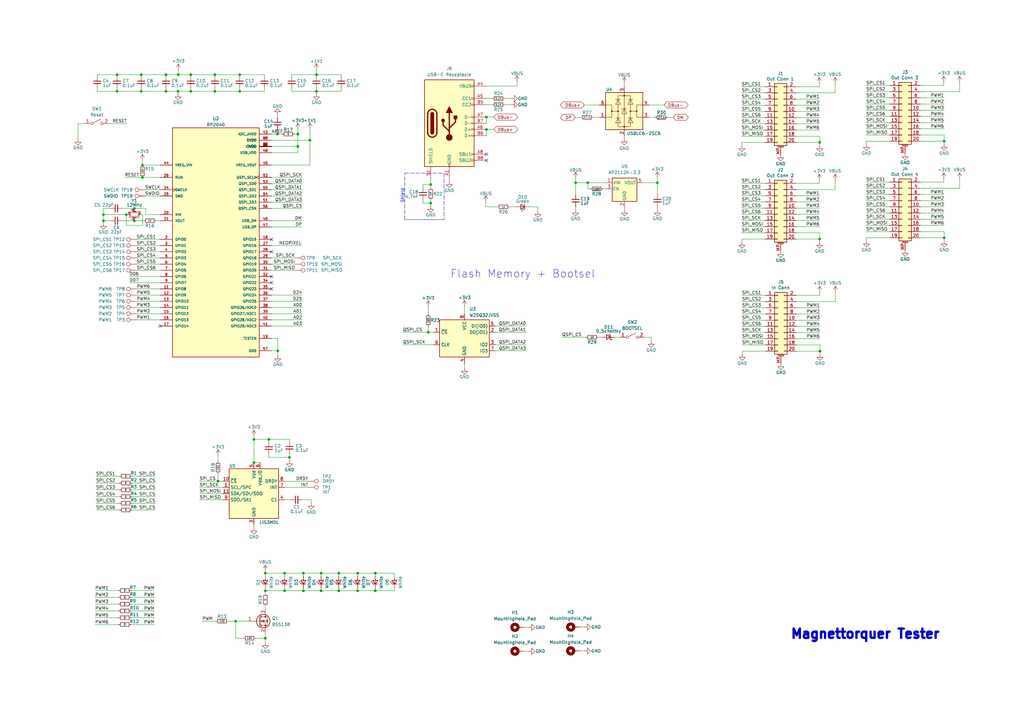
<source format=kicad_sch>
(kicad_sch (version 20230121) (generator eeschema)
  (paper "A3")
  (title_block (title "PyCubed-Mini") (date "2023-05-04") (rev "A") (company "RExLab Carnegie Mellon University") (comment 1 "N.Khera"))
  (lib_symbols
    (symbol "Connector:TestPoint" (pin_numbers hide) (pin_names (offset 0.762) hide)
      (property "Reference" "TP" (at 0 6.858 0))
      (property "Value" "TestPoint" (at 0 5.08 0))
      (symbol "TestPoint_1_1"
        (pin passive line (at 0 0 90) (length 2.54) (name "1") (number "1"))
      )
    )
    (symbol "Connector:USB_C_Receptacle_USB2.0" (pin_names (offset 1.016))
      (property "Reference" "J" (at -10.16 19.05 0))
      (property "Value" "USB_C_Receptacle_USB2.0" (at 19.05 19.05 0))
      (symbol "USB_C_Receptacle_USB2.0_1_1"
        (pin passive line (at 0 -22.86 90) (length 5.08) (name "GND") (number "A1"))
        (pin passive line (at 0 -22.86 90) (length 5.08) hide (name "GND") (number "A12"))
        (pin passive line (at 15.24 15.24 180) (length 5.08) (name "VBUS") (number "A4"))
        (pin bidirectional line (at 15.24 10.16 180) (length 5.08) (name "CC1") (number "A5"))
        (pin bidirectional line (at 15.24 -2.54 180) (length 5.08) (name "D+") (number "A6"))
        (pin bidirectional line (at 15.24 2.54 180) (length 5.08) (name "D-") (number "A7"))
        (pin bidirectional line (at 15.24 -12.7 180) (length 5.08) (name "SBU1") (number "A8"))
        (pin passive line (at 15.24 15.24 180) (length 5.08) hide (name "VBUS") (number "A9"))
        (pin passive line (at 0 -22.86 90) (length 5.08) hide (name "GND") (number "B1"))
        (pin passive line (at 0 -22.86 90) (length 5.08) hide (name "GND") (number "B12"))
        (pin passive line (at 15.24 15.24 180) (length 5.08) hide (name "VBUS") (number "B4"))
        (pin bidirectional line (at 15.24 7.62 180) (length 5.08) (name "CC2") (number "B5"))
        (pin bidirectional line (at 15.24 -5.08 180) (length 5.08) (name "D+") (number "B6"))
        (pin bidirectional line (at 15.24 0 180) (length 5.08) (name "D-") (number "B7"))
        (pin bidirectional line (at 15.24 -15.24 180) (length 5.08) (name "SBU2") (number "B8"))
        (pin passive line (at 15.24 15.24 180) (length 5.08) hide (name "VBUS") (number "B9"))
        (pin passive line (at -7.62 -22.86 90) (length 5.08) (name "SHIELD") (number "S1"))
      )
    )
    (symbol "Connector_Generic_MountingPin:Conn_02x10_Odd_Even_MountingPin" (pin_names (offset 1.016) hide)
      (property "Reference" "J" (at 1.27 12.7 0))
      (property "Value" "Conn_02x10_Odd_Even_MountingPin" (at 2.54 -15.24 0))
      (symbol "Conn_02x10_Odd_Even_MountingPin_1_1"
        (text "Mounting" (at 1.27 -14.351 0) (effects (font (size 0.381 0.381))))
        (pin passive line (at -5.08 10.16 0) (length 3.81) (name "Pin_1") (number "1"))
        (pin passive line (at 7.62 0 180) (length 3.81) (name "Pin_10") (number "10"))
        (pin passive line (at -5.08 -2.54 0) (length 3.81) (name "Pin_11") (number "11"))
        (pin passive line (at 7.62 -2.54 180) (length 3.81) (name "Pin_12") (number "12"))
        (pin passive line (at -5.08 -5.08 0) (length 3.81) (name "Pin_13") (number "13"))
        (pin passive line (at 7.62 -5.08 180) (length 3.81) (name "Pin_14") (number "14"))
        (pin passive line (at -5.08 -7.62 0) (length 3.81) (name "Pin_15") (number "15"))
        (pin passive line (at 7.62 -7.62 180) (length 3.81) (name "Pin_16") (number "16"))
        (pin passive line (at -5.08 -10.16 0) (length 3.81) (name "Pin_17") (number "17"))
        (pin passive line (at 7.62 -10.16 180) (length 3.81) (name "Pin_18") (number "18"))
        (pin passive line (at -5.08 -12.7 0) (length 3.81) (name "Pin_19") (number "19"))
        (pin passive line (at 7.62 10.16 180) (length 3.81) (name "Pin_2") (number "2"))
        (pin passive line (at 7.62 -12.7 180) (length 3.81) (name "Pin_20") (number "20"))
        (pin passive line (at -5.08 7.62 0) (length 3.81) (name "Pin_3") (number "3"))
        (pin passive line (at 7.62 7.62 180) (length 3.81) (name "Pin_4") (number "4"))
        (pin passive line (at -5.08 5.08 0) (length 3.81) (name "Pin_5") (number "5"))
        (pin passive line (at 7.62 5.08 180) (length 3.81) (name "Pin_6") (number "6"))
        (pin passive line (at -5.08 2.54 0) (length 3.81) (name "Pin_7") (number "7"))
        (pin passive line (at 7.62 2.54 180) (length 3.81) (name "Pin_8") (number "8"))
        (pin passive line (at -5.08 0 0) (length 3.81) (name "Pin_9") (number "9"))
        (pin passive line (at 1.27 -17.78 90) (length 3.048) (name "MountPin") (number "MP"))
      )
    )
    (symbol "Device:C_Small" (pin_numbers hide) (pin_names (offset 0.254) hide)
      (property "Reference" "C" (at 0.254 1.778 0))
      (property "Value" "C_Small" (at 0.254 -2.032 0))
      (symbol "C_Small_1_1"
        (pin passive line (at 0 2.54 270) (length 2.032) (name "~") (number "1"))
        (pin passive line (at 0 -2.54 90) (length 2.032) (name "~") (number "2"))
      )
    )
    (symbol "Device:Crystal_GND24_Small" (pin_names (offset 1.016) hide)
      (property "Reference" "Y" (at 1.27 4.445 0))
      (property "Value" "Crystal_GND24_Small" (at 1.27 2.54 0))
      (symbol "Crystal_GND24_Small_1_1"
        (pin passive line (at -2.54 0 0) (length 1.27) (name "1") (number "1"))
        (pin passive line (at 0 -2.54 90) (length 0.635) (name "2") (number "2"))
        (pin passive line (at 2.54 0 180) (length 1.27) (name "3") (number "3"))
        (pin passive line (at 0 2.54 270) (length 0.635) (name "4") (number "4"))
      )
    )
    (symbol "Device:D_Schottky_Small" (pin_numbers hide) (pin_names (offset 0.254) hide)
      (property "Reference" "D" (at -1.27 2.032 0))
      (property "Value" "D_Schottky_Small" (at -7.112 -2.032 0))
      (symbol "D_Schottky_Small_1_1"
        (pin passive line (at -2.54 0 0) (length 1.778) (name "K") (number "1"))
        (pin passive line (at 2.54 0 180) (length 1.778) (name "A") (number "2"))
      )
    )
    (symbol "Device:LED_Small" (pin_numbers hide) (pin_names (offset 0.254) hide)
      (property "Reference" "D" (at -1.27 3.175 0))
      (property "Value" "LED_Small" (at -4.445 -2.54 0))
      (symbol "LED_Small_1_1"
        (pin passive line (at -2.54 0 0) (length 1.778) (name "K") (number "1"))
        (pin passive line (at 2.54 0 180) (length 1.778) (name "A") (number "2"))
      )
    )
    (symbol "Device:R_Small" (pin_numbers hide) (pin_names (offset 0.254) hide)
      (property "Reference" "R" (at 0.762 0.508 0))
      (property "Value" "R_Small" (at 0.762 -1.016 0))
      (symbol "R_Small_1_1"
        (pin passive line (at 0 2.54 270) (length 0.762) (name "~") (number "1"))
        (pin passive line (at 0 -2.54 90) (length 0.762) (name "~") (number "2"))
      )
    )
    (symbol "GND_1" (power) (pin_names (offset 0))
      (property "Value" "GND_1" (at 0 -3.81 0))
      (symbol "GND_1_1_1"
        (pin power_in line (at 0 0 270) (length 0) hide (name "GND") (number "1"))
      )
    )
    (symbol "Mechanical:MountingHole_Pad" (pin_numbers hide) (pin_names (offset 1.016) hide)
      (property "Reference" "H" (at 0 6.35 0))
      (property "Value" "MountingHole_Pad" (at 0 4.445 0))
      (symbol "MountingHole_Pad_1_1"
        (pin input line (at 0 -2.54 90) (length 2.54) (name "1") (number "1"))
      )
    )
    (symbol "Memory_Flash:W25Q32JVSS"
      (property "Reference" "U" (at -8.89 8.89 0))
      (property "Value" "W25Q32JVSS" (at 7.62 8.89 0))
      (symbol "W25Q32JVSS_1_1"
        (pin input line (at -12.7 2.54 0) (length 2.54) (name "~{CS}") (number "1"))
        (pin bidirectional line (at 12.7 2.54 180) (length 2.54) (name "DO(IO1)") (number "2"))
        (pin bidirectional line (at 12.7 -2.54 180) (length 2.54) (name "IO2") (number "3"))
        (pin power_in line (at 0 -10.16 90) (length 2.54) (name "GND") (number "4"))
        (pin bidirectional line (at 12.7 5.08 180) (length 2.54) (name "DI(IO0)") (number "5"))
        (pin input line (at -12.7 -2.54 0) (length 2.54) (name "CLK") (number "6"))
        (pin bidirectional line (at 12.7 -5.08 180) (length 2.54) (name "IO3") (number "7"))
        (pin power_in line (at 0 10.16 270) (length 2.54) (name "VCC") (number "8"))
      )
    )
    (symbol "Power_Protection:USBLC6-2SC6" (pin_names hide)
      (property "Reference" "U" (at 2.54 8.89 0))
      (property "Value" "USBLC6-2SC6" (at 2.54 -8.89 0))
      (symbol "USBLC6-2SC6_1_1"
        (pin passive line (at -10.16 -2.54 0) (length 2.54) (name "I/O1") (number "1"))
        (pin passive line (at 0 -10.16 90) (length 2.54) (name "GND") (number "2"))
        (pin passive line (at 10.16 -2.54 180) (length 2.54) (name "I/O2") (number "3"))
        (pin passive line (at 10.16 2.54 180) (length 2.54) (name "I/O2") (number "4"))
        (pin passive line (at 0 10.16 270) (length 2.54) (name "VBUS") (number "5"))
        (pin passive line (at -10.16 2.54 0) (length 2.54) (name "I/O1") (number "6"))
      )
    )
    (symbol "RP2040:RP2040" (pin_names (offset 1.016))
      (property "Reference" "U" (at -17.78 50.8 0))
      (property "Value" "RP2040" (at -17.78 -48.26 0))
      (symbol "RP2040_0_0"
        (pin power_in line (at 22.86 40.64 180) (length 5.08) (name "IOVDD") (number "1"))
        (pin power_in line (at 22.86 40.64 180) (length 5.08) (name "IOVDD") (number "10"))
        (pin bidirectional line (at -22.86 -17.78 0) (length 5.08) (name "GPIO8") (number "11"))
        (pin bidirectional line (at -22.86 -20.32 0) (length 5.08) (name "GPIO9") (number "12"))
        (pin bidirectional line (at -22.86 -22.86 0) (length 5.08) (name "GPIO10") (number "13"))
        (pin bidirectional line (at -22.86 -25.4 0) (length 5.08) (name "GPIO11") (number "14"))
        (pin bidirectional line (at -22.86 -27.94 0) (length 5.08) (name "GPIO12") (number "15"))
        (pin bidirectional line (at -22.86 -30.48 0) (length 5.08) (name "GPIO13") (number "16"))
        (pin bidirectional line (at -22.86 -33.02 0) (length 5.08) (name "GPIO14") (number "17"))
        (pin bidirectional line (at 22.86 2.54 180) (length 5.08) (name "GPIO15") (number "18"))
        (pin passive line (at 22.86 -38.1 180) (length 5.08) (name "TESTEN") (number "19"))
        (pin bidirectional line (at -22.86 2.54 0) (length 5.08) (name "GPIO0") (number "2"))
        (pin input line (at -22.86 12.7 0) (length 5.08) (name "XIN") (number "20"))
        (pin output line (at -22.86 10.16 0) (length 5.08) (name "XOUT") (number "21"))
        (pin power_in line (at 22.86 40.64 180) (length 5.08) (name "IOVDD") (number "22"))
        (pin power_in line (at 22.86 43.18 180) (length 5.08) (name "DVDD") (number "23"))
        (pin input clock (at -22.86 22.86 0) (length 5.08) (name "SWCLK") (number "24"))
        (pin bidirectional line (at -22.86 20.32 0) (length 5.08) (name "SWD") (number "25"))
        (pin input line (at -22.86 27.94 0) (length 5.08) (name "RUN") (number "26"))
        (pin bidirectional line (at 22.86 0 180) (length 5.08) (name "GPIO16") (number "27"))
        (pin bidirectional line (at 22.86 -2.54 180) (length 5.08) (name "GPIO17") (number "28"))
        (pin bidirectional line (at 22.86 -5.08 180) (length 5.08) (name "GPIO18") (number "29"))
        (pin bidirectional line (at -22.86 0 0) (length 5.08) (name "GPIO1") (number "3"))
        (pin bidirectional line (at 22.86 -7.62 180) (length 5.08) (name "GPIO19") (number "30"))
        (pin bidirectional line (at 22.86 -10.16 180) (length 5.08) (name "GPIO20") (number "31"))
        (pin bidirectional line (at 22.86 -12.7 180) (length 5.08) (name "GPIO21") (number "32"))
        (pin power_in line (at 22.86 40.64 180) (length 5.08) (name "IOVDD") (number "33"))
        (pin bidirectional line (at 22.86 -15.24 180) (length 5.08) (name "GPIO22") (number "34"))
        (pin bidirectional line (at 22.86 -17.78 180) (length 5.08) (name "GPIO23") (number "35"))
        (pin bidirectional line (at 22.86 -20.32 180) (length 5.08) (name "GPIO24") (number "36"))
        (pin bidirectional line (at 22.86 -22.86 180) (length 5.08) (name "GPIO25") (number "37"))
        (pin bidirectional line (at 22.86 -25.4 180) (length 5.08) (name "GPIO26/ADC0") (number "38"))
        (pin bidirectional line (at 22.86 -27.94 180) (length 5.08) (name "GPIO27/ADC1") (number "39"))
        (pin bidirectional line (at -22.86 -2.54 0) (length 5.08) (name "GPIO2") (number "4"))
        (pin bidirectional line (at 22.86 -30.48 180) (length 5.08) (name "GPIO28/ADC2") (number "40"))
        (pin bidirectional line (at 22.86 -33.02 180) (length 5.08) (name "GPIO29/ADC3") (number "41"))
        (pin power_in line (at 22.86 40.64 180) (length 5.08) (name "IOVDD") (number "42"))
        (pin power_in line (at 22.86 45.72 180) (length 5.08) (name "ADC_AVDD") (number "43"))
        (pin input line (at -22.86 33.02 0) (length 5.08) (name "VREG_VIN") (number "44"))
        (pin power_out line (at 22.86 33.02 180) (length 5.08) (name "VREG_VOUT") (number "45"))
        (pin bidirectional line (at 22.86 10.16 180) (length 5.08) (name "USB_DM") (number "46"))
        (pin bidirectional line (at 22.86 7.62 180) (length 5.08) (name "USB_DP") (number "47"))
        (pin power_in line (at 22.86 38.1 180) (length 5.08) (name "USB_VDD") (number "48"))
        (pin power_in line (at 22.86 40.64 180) (length 5.08) (name "IOVDD") (number "49"))
        (pin bidirectional line (at -22.86 -5.08 0) (length 5.08) (name "GPIO3") (number "5"))
        (pin power_in line (at 22.86 43.18 180) (length 5.08) (name "DVDD") (number "50"))
        (pin bidirectional line (at 22.86 17.78 180) (length 5.08) (name "QSPI_SD3") (number "51"))
        (pin bidirectional clock (at 22.86 27.94 180) (length 5.08) (name "QSPI_SCLK") (number "52"))
        (pin bidirectional line (at 22.86 25.4 180) (length 5.08) (name "QSPI_SD0") (number "53"))
        (pin bidirectional line (at 22.86 20.32 180) (length 5.08) (name "QSPI_SD2") (number "54"))
        (pin bidirectional line (at 22.86 22.86 180) (length 5.08) (name "QSPI_SD1") (number "55"))
        (pin bidirectional line (at 22.86 15.24 180) (length 5.08) (name "QSPI_CSN") (number "56"))
        (pin power_in line (at 22.86 -43.18 180) (length 5.08) (name "GND") (number "57"))
        (pin bidirectional line (at -22.86 -7.62 0) (length 5.08) (name "GPIO4") (number "6"))
        (pin bidirectional line (at -22.86 -10.16 0) (length 5.08) (name "GPIO5") (number "7"))
        (pin bidirectional line (at -22.86 -12.7 0) (length 5.08) (name "GPIO6") (number "8"))
        (pin bidirectional line (at -22.86 -15.24 0) (length 5.08) (name "GPIO7") (number "9"))
      )
    )
    (symbol "Regulator_Linear:AP2112K-3.3" (pin_names (offset 0.254))
      (property "Reference" "U" (at -5.08 5.715 0))
      (property "Value" "AP2112K-3.3" (at 0 5.715 0))
      (symbol "AP2112K-3.3_1_1"
        (pin power_in line (at -7.62 2.54 0) (length 2.54) (name "VIN") (number "1"))
        (pin power_in line (at 0 -7.62 90) (length 2.54) (name "GND") (number "2"))
        (pin input line (at -7.62 0 0) (length 2.54) (name "EN") (number "3"))
        (pin no_connect line (at 5.08 0 180) (length 2.54) hide (name "NC") (number "4"))
        (pin power_out line (at 7.62 2.54 180) (length 2.54) (name "VOUT") (number "5"))
      )
    )
    (symbol "Sensor_Magnetic:LIS3MDL"
      (property "Reference" "U" (at -8.89 11.43 0))
      (property "Value" "LIS3MDL" (at 7.62 11.43 0))
      (symbol "LIS3MDL_1_1"
        (pin input line (at -12.7 2.54 0) (length 2.54) (name "SCL/SPC") (number "1"))
        (pin input line (at -12.7 5.08 0) (length 2.54) (name "~{CS}") (number "10"))
        (pin bidirectional line (at -12.7 0 0) (length 2.54) (name "SDA/SDI/SDO") (number "11"))
        (pin passive line (at 0 -12.7 90) (length 2.54) hide (name "GND") (number "12"))
        (pin passive line (at 0 -12.7 90) (length 2.54) hide (name "GND") (number "2"))
        (pin power_in line (at 0 -12.7 90) (length 2.54) (name "GND") (number "3"))
        (pin power_out line (at 12.7 -2.54 180) (length 2.54) (name "C1") (number "4"))
        (pin power_in line (at 0 12.7 270) (length 2.54) (name "Vdd") (number "5"))
        (pin power_in line (at 2.54 12.7 270) (length 2.54) (name "Vdd_IO") (number "6"))
        (pin output line (at 12.7 2.54 180) (length 2.54) (name "INT") (number "7"))
        (pin output line (at 12.7 5.08 180) (length 2.54) (name "DRDY") (number "8"))
        (pin bidirectional line (at -12.7 -2.54 0) (length 2.54) (name "SDO/SA1") (number "9"))
      )
    )
    (symbol "Switch:SW_SPST" (pin_names (offset 0) hide)
      (property "Reference" "SW" (at 0 3.175 0))
      (property "Value" "SW_SPST" (at 0 -2.54 0))
      (symbol "SW_SPST_1_1"
        (pin passive line (at -5.08 0 0) (length 2.54) (name "A") (number "1"))
        (pin passive line (at 5.08 0 180) (length 2.54) (name "B") (number "2"))
      )
    )
    (symbol "Transistor_FET:BSS138" (pin_names hide)
      (property "Reference" "Q" (at 5.08 1.905 0))
      (property "Value" "BSS138" (at 5.08 0 0))
      (symbol "BSS138_1_1"
        (pin input line (at -5.08 0 0) (length 2.54) (name "G") (number "1"))
        (pin passive line (at 2.54 -5.08 90) (length 2.54) (name "S") (number "2"))
        (pin passive line (at 2.54 5.08 270) (length 2.54) (name "D") (number "3"))
      )
    )
    (symbol "power:+1V1" (power) (pin_names (offset 0))
      (property "Value" "+1V1" (at 0 3.556 0))
      (symbol "+1V1_1_1"
        (pin power_in line (at 0 0 90) (length 0) hide (name "+1V1") (number "1"))
      )
    )
    (symbol "power:+3V3" (power) (pin_names (offset 0))
      (property "Value" "+3V3" (at 0 3.556 0))
      (symbol "+3V3_1_1"
        (pin power_in line (at 0 0 90) (length 0) hide (name "+3V3") (number "1"))
      )
    )
    (symbol "power:GND" (power) (pin_names (offset 0))
      (property "Value" "GND" (at 0 -3.81 0))
      (symbol "GND_1_1"
        (pin power_in line (at 0 0 270) (length 0) hide (name "GND") (number "1"))
      )
    )
    (symbol "power:VBUS" (power) (pin_names (offset 0))
      (property "Value" "VBUS" (at 0 3.81 0))
      (symbol "VBUS_1_1"
        (pin power_in line (at 0 0 90) (length 0) hide (name "VBUS") (number "1"))
      )
    )
  )
  (junction (at 336.169 58.42))
  (junction (at 98.298 37.465))
  (junction (at 241.046 74.93))
  (junction (at 131.699 235.077))
  (junction (at 176.657 75.692))
  (junction (at 199.517 48.006))
  (junction (at 57.912 30.607))
  (junction (at 58.42 72.771))
  (junction (at 78.232 37.465))
  (junction (at 138.938 235.077))
  (junction (at 57.912 37.465))
  (junction (at 113.792 54.991))
  (junction (at 55.118 85.471))
  (junction (at 336.296 144.018))
  (junction (at 96.647 254.762))
  (junction (at 122.174 54.991))
  (junction (at 236.093 74.93))
  (junction (at 68.072 37.465))
  (junction (at 88.138 37.465))
  (junction (at 110.236 180.213))
  (junction (at 153.924 242.316))
  (junction (at 78.232 30.607))
  (junction (at 129.794 30.607))
  (junction (at 118.745 187.579))
  (junction (at 129.794 37.465))
  (junction (at 387.223 57.912))
  (junction (at 51.816 88.011))
  (junction (at 108.839 242.316))
  (junction (at 42.418 90.551))
  (junction (at 146.685 242.316))
  (junction (at 48.006 37.465))
  (junction (at 131.699 242.316))
  (junction (at 104.14 189.738))
  (junction (at 138.938 242.316))
  (junction (at 124.46 235.077))
  (junction (at 48.006 30.607))
  (junction (at 108.839 235.077))
  (junction (at 113.919 143.891))
  (junction (at 146.685 235.077))
  (junction (at 127.127 57.531))
  (junction (at 88.138 30.607))
  (junction (at 153.924 235.077))
  (junction (at 58.42 67.691))
  (junction (at 387.223 97.536))
  (junction (at 104.14 180.213))
  (junction (at 199.517 53.086))
  (junction (at 336.169 98.044))
  (junction (at 68.072 30.607))
  (junction (at 89.408 197.358))
  (junction (at 175.641 136.271))
  (junction (at 116.713 235.077))
  (junction (at 116.713 242.316))
  (junction (at 42.418 88.011))
  (junction (at 98.298 30.607))
  (junction (at 55.118 90.551))
  (junction (at 176.657 83.312))
  (junction (at 122.174 60.071))
  (junction (at 108.839 261.747))
  (junction (at 124.46 242.316))
  (junction (at 73.152 30.607))
  (junction (at 73.025 37.465))
  (junction (at 269.621 74.93))
  (no_connect (at 111.379 118.491))
  (no_connect (at 111.379 103.251))
  (no_connect (at 111.379 113.411))
  (no_connect (at 199.517 65.786))
  (no_connect (at 199.517 63.246))
  (no_connect (at 65.659 133.731))
  (no_connect (at 111.379 98.171))
  (no_connect (at 111.379 115.951))
  (wire (pts (xy 57.912 30.607) (xy 68.072 30.607)))
  (wire (pts (xy 355.219 55.372) (xy 364.871 55.372)))
  (wire (pts (xy 304.165 38.1) (xy 313.817 38.1)))
  (wire (pts (xy 129.794 38.481) (xy 129.794 37.465)))
  (wire (pts (xy 326.517 55.88) (xy 336.169 55.88)))
  (wire (pts (xy 203.2 143.891) (xy 215.773 143.891)))
  (wire (pts (xy 131.699 235.077) (xy 131.699 236.22)))
  (wire (pts (xy 267.081 138.303) (xy 267.081 139.954)))
  (wire (pts (xy 98.298 36.322) (xy 98.298 37.465)))
  (wire (pts (xy 56.007 118.491) (xy 65.659 118.491)))
  (wire (pts (xy 88.138 37.465) (xy 98.298 37.465)))
  (wire (pts (xy 336.296 133.858) (xy 326.644 133.858)))
  (wire (pts (xy 56.007 108.331) (xy 65.659 108.331)))
  (wire (pts (xy 336.296 141.478) (xy 336.296 144.018)))
  (wire (pts (xy 304.165 75.184) (xy 313.817 75.184)))
  (wire (pts (xy 64.008 90.551) (xy 65.659 90.551)))
  (wire (pts (xy 63.754 206.375) (xy 54.102 206.375)))
  (wire (pts (xy 127.635 204.978) (xy 124.206 204.978)))
  (wire (pts (xy 355.219 89.916) (xy 364.871 89.916)))
  (wire (pts (xy 176.657 75.692) (xy 173.482 75.692)))
  (wire (pts (xy 245.872 48.133) (xy 243.332 48.133)))
  (wire (pts (xy 55.118 85.471) (xy 59.817 85.471)))
  (wire (pts (xy 42.418 85.471) (xy 42.418 88.011)))
  (wire (pts (xy 120.777 54.991) (xy 122.174 54.991)))
  (wire (pts (xy 63.754 203.708) (xy 54.102 203.708)))
  (wire (pts (xy 304.165 82.804) (xy 313.817 82.804)))
  (wire (pts (xy 177.8 141.351) (xy 165.227 141.351)))
  (wire (pts (xy 121.031 105.791) (xy 111.379 105.791)))
  (wire (pts (xy 139.954 36.322) (xy 139.954 37.465)))
  (wire (pts (xy 73.025 38.481) (xy 73.025 37.465)))
  (wire (pts (xy 336.169 92.964) (xy 326.517 92.964)))
  (wire (pts (xy 190.5 148.971) (xy 190.5 151.003)))
  (wire (pts (xy 124.46 235.077) (xy 131.699 235.077)))
  (wire (pts (xy 108.458 37.465) (xy 108.458 36.322)))
  (wire (pts (xy 355.219 47.752) (xy 364.871 47.752)))
  (wire (pts (xy 42.418 90.551) (xy 45.212 90.551)))
  (wire (pts (xy 81.788 199.898) (xy 91.44 199.898)))
  (wire (pts (xy 173.482 75.692) (xy 173.482 76.962)))
  (wire (pts (xy 336.169 121.158) (xy 336.169 119.888)))
  (wire (pts (xy 272.415 43.053) (xy 266.192 43.053)))
  (wire (pts (xy 241.046 74.93) (xy 248.539 74.93)))
  (wire (pts (xy 336.169 82.804) (xy 326.517 82.804)))
  (wire (pts (xy 38.989 253.365) (xy 48.641 253.365)))
  (wire (pts (xy 175.641 128.778) (xy 175.641 125.857)))
  (wire (pts (xy 113.792 54.991) (xy 115.697 54.991)))
  (wire (pts (xy 355.219 82.296) (xy 364.871 82.296)))
  (wire (pts (xy 387.096 74.676) (xy 387.096 73.406)))
  (wire (pts (xy 111.379 82.931) (xy 123.952 82.931)))
  (wire (pts (xy 207.01 40.386) (xy 209.677 40.386)))
  (wire (pts (xy 58.42 67.691) (xy 58.42 65.786)))
  (wire (pts (xy 203.2 141.351) (xy 215.773 141.351)))
  (wire (pts (xy 96.647 261.747) (xy 99.822 261.747)))
  (wire (pts (xy 63.373 242.189) (xy 53.721 242.189)))
  (wire (pts (xy 336.169 45.72) (xy 326.517 45.72)))
  (wire (pts (xy 173.482 83.312) (xy 176.657 83.312)))
  (wire (pts (xy 387.223 97.536) (xy 377.571 97.536)))
  (wire (pts (xy 336.169 40.64) (xy 326.517 40.64)))
  (wire (pts (xy 123.952 121.031) (xy 111.379 121.031)))
  (polyline (pts (xy 165.989 90.043) (xy 165.989 70.993)) (stroke (width 0) (type dash)))
  (wire (pts (xy 326.517 75.184) (xy 336.042 75.184)))
  (wire (pts (xy 111.379 75.311) (xy 123.952 75.311)))
  (wire (pts (xy 121.031 110.871) (xy 111.379 110.871)))
  (wire (pts (xy 57.912 31.242) (xy 57.912 30.607)))
  (wire (pts (xy 190.5 128.651) (xy 190.5 125.73)))
  (wire (pts (xy 184.277 73.406) (xy 184.277 74.422)))
  (wire (pts (xy 98.298 37.465) (xy 108.458 37.465)))
  (wire (pts (xy 387.223 79.756) (xy 377.571 79.756)))
  (wire (pts (xy 387.223 50.292) (xy 377.571 50.292)))
  (wire (pts (xy 336.296 131.318) (xy 326.644 131.318)))
  (wire (pts (xy 111.379 93.091) (xy 123.825 93.091)))
  (wire (pts (xy 387.223 52.832) (xy 377.571 52.832)))
  (wire (pts (xy 108.458 30.607) (xy 108.458 31.242)))
  (wire (pts (xy 113.919 143.891) (xy 113.919 145.923)))
  (wire (pts (xy 304.292 133.858) (xy 313.944 133.858)))
  (wire (pts (xy 111.379 85.471) (xy 123.952 85.471)))
  (wire (pts (xy 68.072 36.322) (xy 68.072 37.465)))
  (wire (pts (xy 264.414 138.303) (xy 267.081 138.303)))
  (wire (pts (xy 393.573 37.592) (xy 377.571 37.592)))
  (wire (pts (xy 116.84 204.978) (xy 119.126 204.978)))
  (wire (pts (xy 304.165 85.344) (xy 313.817 85.344)))
  (wire (pts (xy 387.223 47.752) (xy 377.571 47.752)))
  (wire (pts (xy 355.219 94.996) (xy 364.871 94.996)))
  (wire (pts (xy 138.938 235.077) (xy 146.685 235.077)))
  (wire (pts (xy 59.436 80.391) (xy 65.659 80.391)))
  (wire (pts (xy 116.713 235.077) (xy 116.713 236.22)))
  (wire (pts (xy 89.408 197.358) (xy 91.44 197.358)))
  (wire (pts (xy 38.989 242.189) (xy 48.641 242.189)))
  (wire (pts (xy 63.754 195.326) (xy 54.102 195.326)))
  (wire (pts (xy 336.042 35.56) (xy 336.042 34.29)))
  (wire (pts (xy 111.379 67.691) (xy 127.127 67.691)))
  (wire (pts (xy 98.298 30.607) (xy 108.458 30.607)))
  (wire (pts (xy 304.165 40.64) (xy 313.817 40.64)))
  (wire (pts (xy 34.671 50.673) (xy 32.004 50.673)))
  (wire (pts (xy 57.912 37.465) (xy 68.072 37.465)))
  (wire (pts (xy 161.798 242.316) (xy 153.924 242.316)))
  (wire (pts (xy 175.641 136.271) (xy 165.227 136.271)))
  (wire (pts (xy 342.519 77.724) (xy 326.517 77.724)))
  (wire (pts (xy 51.816 88.011) (xy 52.578 88.011)))
  (wire (pts (xy 269.621 73.025) (xy 269.621 74.93)))
  (wire (pts (xy 326.517 35.56) (xy 336.042 35.56)))
  (wire (pts (xy 88.138 30.607) (xy 98.298 30.607)))
  (wire (pts (xy 124.46 242.316) (xy 116.713 242.316)))
  (wire (pts (xy 58.42 67.691) (xy 65.659 67.691)))
  (wire (pts (xy 119.634 31.242) (xy 119.634 30.607)))
  (wire (pts (xy 393.573 33.782) (xy 393.573 37.592)))
  (wire (pts (xy 336.169 59.69) (xy 336.169 58.42)))
  (wire (pts (xy 336.169 85.344) (xy 326.517 85.344)))
  (wire (pts (xy 129.794 37.465) (xy 139.954 37.465)))
  (wire (pts (xy 146.685 241.3) (xy 146.685 242.316)))
  (wire (pts (xy 377.571 94.996) (xy 387.223 94.996)))
  (wire (pts (xy 153.924 235.077) (xy 153.924 236.22)))
  (wire (pts (xy 59.817 85.471) (xy 59.817 88.011)))
  (wire (pts (xy 111.379 57.531) (xy 127.127 57.531)))
  (wire (pts (xy 304.165 92.964) (xy 313.817 92.964)))
  (wire (pts (xy 38.989 247.777) (xy 48.641 247.777)))
  (wire (pts (xy 111.379 60.071) (xy 122.174 60.071)))
  (wire (pts (xy 59.436 77.851) (xy 65.659 77.851)))
  (wire (pts (xy 355.219 52.832) (xy 364.871 52.832)))
  (wire (pts (xy 236.093 73.152) (xy 236.093 74.93)))
  (wire (pts (xy 377.571 35.052) (xy 387.096 35.052)))
  (wire (pts (xy 129.794 31.242) (xy 129.794 30.607)))
  (wire (pts (xy 355.219 79.756) (xy 364.871 79.756)))
  (wire (pts (xy 304.292 121.158) (xy 313.944 121.158)))
  (wire (pts (xy 393.573 73.406) (xy 393.573 77.216)))
  (wire (pts (xy 199.517 35.306) (xy 212.09 35.306)))
  (wire (pts (xy 48.006 36.322) (xy 48.006 37.465)))
  (wire (pts (xy 304.292 131.318) (xy 313.944 131.318)))
  (wire (pts (xy 304.292 141.478) (xy 313.944 141.478)))
  (wire (pts (xy 161.798 235.077) (xy 161.798 236.22)))
  (wire (pts (xy 355.346 59.182) (xy 355.346 57.912)))
  (wire (pts (xy 58.547 88.011) (xy 57.658 88.011)))
  (wire (pts (xy 127.127 57.531) (xy 127.127 67.691)))
  (wire (pts (xy 68.072 37.465) (xy 73.025 37.465)))
  (wire (pts (xy 129.794 30.607) (xy 129.794 28.702)))
  (wire (pts (xy 122.174 54.991) (xy 122.174 60.071)))
  (wire (pts (xy 153.924 241.3) (xy 153.924 242.316)))
  (wire (pts (xy 236.093 74.93) (xy 241.046 74.93)))
  (wire (pts (xy 138.938 241.3) (xy 138.938 242.316)))
  (wire (pts (xy 38.989 244.983) (xy 48.641 244.983)))
  (wire (pts (xy 304.165 80.264) (xy 313.817 80.264)))
  (wire (pts (xy 121.031 108.331) (xy 111.379 108.331)))
  (wire (pts (xy 304.292 123.698) (xy 313.944 123.698)))
  (wire (pts (xy 336.169 43.18) (xy 326.517 43.18)))
  (wire (pts (xy 123.952 133.731) (xy 111.379 133.731)))
  (wire (pts (xy 56.007 131.191) (xy 65.659 131.191)))
  (wire (pts (xy 131.699 241.3) (xy 131.699 242.316)))
  (wire (pts (xy 377.571 74.676) (xy 387.096 74.676)))
  (wire (pts (xy 377.571 55.372) (xy 387.223 55.372)))
  (wire (pts (xy 73.152 30.607) (xy 73.152 28.702)))
  (wire (pts (xy 216.916 84.836) (xy 220.599 84.836)))
  (wire (pts (xy 220.599 84.836) (xy 220.599 86.614)))
  (wire (pts (xy 336.169 87.884) (xy 326.517 87.884)))
  (wire (pts (xy 263.779 74.93) (xy 269.621 74.93)))
  (wire (pts (xy 39.37 198.12) (xy 49.022 198.12)))
  (wire (pts (xy 387.223 94.996) (xy 387.223 97.536)))
  (wire (pts (xy 124.46 241.3) (xy 124.46 242.316)))
  (wire (pts (xy 116.713 235.077) (xy 124.46 235.077)))
  (wire (pts (xy 42.418 88.011) (xy 51.816 88.011)))
  (wire (pts (xy 355.219 84.836) (xy 364.871 84.836)))
  (wire (pts (xy 59.817 88.011) (xy 65.659 88.011)))
  (wire (pts (xy 212.09 33.528) (xy 212.09 35.306)))
  (wire (pts (xy 129.794 36.322) (xy 129.794 37.465)))
  (wire (pts (xy 63.373 244.983) (xy 53.721 244.983)))
  (wire (pts (xy 138.938 235.077) (xy 138.938 236.22)))
  (wire (pts (xy 42.418 90.551) (xy 42.418 91.567)))
  (wire (pts (xy 39.37 209.169) (xy 49.022 209.169)))
  (wire (pts (xy 89.408 194.31) (xy 89.408 197.358)))
  (wire (pts (xy 304.165 87.884) (xy 313.817 87.884)))
  (wire (pts (xy 304.292 59.69) (xy 304.292 58.42)))
  (wire (pts (xy 108.839 235.077) (xy 116.713 235.077)))
  (wire (pts (xy 342.646 123.698) (xy 326.644 123.698)))
  (wire (pts (xy 111.379 72.771) (xy 123.952 72.771)))
  (wire (pts (xy 88.138 31.242) (xy 88.138 30.607)))
  (wire (pts (xy 241.046 77.47) (xy 241.046 74.93)))
  (wire (pts (xy 355.219 74.676) (xy 364.871 74.676)))
  (wire (pts (xy 336.169 53.34) (xy 326.517 53.34)))
  (wire (pts (xy 336.169 98.044) (xy 326.517 98.044)))
  (wire (pts (xy 304.292 136.398) (xy 313.944 136.398)))
  (wire (pts (xy 118.745 180.213) (xy 118.745 181.102)))
  (wire (pts (xy 39.878 30.607) (xy 48.006 30.607)))
  (wire (pts (xy 336.042 75.184) (xy 336.042 73.914)))
  (wire (pts (xy 256.159 85.09) (xy 256.159 86.106)))
  (wire (pts (xy 355.219 42.672) (xy 364.871 42.672)))
  (wire (pts (xy 336.296 145.288) (xy 336.296 144.018)))
  (wire (pts (xy 387.223 82.296) (xy 377.571 82.296)))
  (wire (pts (xy 304.165 35.56) (xy 313.817 35.56)))
  (wire (pts (xy 304.165 48.26) (xy 313.817 48.26)))
  (wire (pts (xy 387.223 42.672) (xy 377.571 42.672)))
  (wire (pts (xy 123.952 123.571) (xy 111.379 123.571)))
  (wire (pts (xy 39.878 31.242) (xy 39.878 30.607)))
  (wire (pts (xy 56.007 128.651) (xy 65.659 128.651)))
  (wire (pts (xy 73.025 37.465) (xy 78.232 37.465)))
  (wire (pts (xy 336.296 138.938) (xy 326.644 138.938)))
  (wire (pts (xy 58.42 72.771) (xy 65.659 72.771)))
  (wire (pts (xy 355.219 87.376) (xy 364.871 87.376)))
  (wire (pts (xy 336.169 99.314) (xy 336.169 98.044)))
  (wire (pts (xy 89.408 189.23) (xy 89.408 186.944)))
  (wire (pts (xy 113.792 47.117) (xy 113.792 48.133)))
  (polyline (pts (xy 165.989 90.043) (xy 182.118 90.043)))
  (wire (pts (xy 138.938 242.316) (xy 131.699 242.316)))
  (wire (pts (xy 207.01 42.926) (xy 209.677 42.926)))
  (wire (pts (xy 111.379 54.991) (xy 113.792 54.991)))
  (wire (pts (xy 56.007 98.171) (xy 65.659 98.171)))
  (wire (pts (xy 304.292 138.938) (xy 313.944 138.938)))
  (wire (pts (xy 81.788 204.978) (xy 91.44 204.978)))
  (wire (pts (xy 56.007 100.711) (xy 65.659 100.711)))
  (wire (pts (xy 176.657 75.692) (xy 176.657 76.962)))
  (wire (pts (xy 387.223 92.456) (xy 377.571 92.456)))
  (wire (pts (xy 146.685 235.077) (xy 153.924 235.077)))
  (wire (pts (xy 88.138 36.322) (xy 88.138 37.465)))
  (wire (pts (xy 355.219 92.456) (xy 364.871 92.456)))
  (wire (pts (xy 108.839 242.316) (xy 108.839 243.459)))
  (wire (pts (xy 336.296 128.778) (xy 326.644 128.778)))
  (wire (pts (xy 52.07 50.673) (xy 44.831 50.673)))
  (wire (pts (xy 199.517 48.006) (xy 202.565 48.006)))
  (wire (pts (xy 63.373 250.571) (xy 53.721 250.571)))
  (wire (pts (xy 326.644 141.478) (xy 336.296 141.478)))
  (wire (pts (xy 199.517 42.926) (xy 201.93 42.926)))
  (wire (pts (xy 199.517 48.006) (xy 199.517 50.546)))
  (wire (pts (xy 266.192 48.133) (xy 268.732 48.133)))
  (wire (pts (xy 104.14 215.138) (xy 104.14 216.535)))
  (wire (pts (xy 387.223 40.132) (xy 377.571 40.132)))
  (wire (pts (xy 119.634 37.465) (xy 129.794 37.465)))
  (wire (pts (xy 48.006 37.465) (xy 57.912 37.465)))
  (wire (pts (xy 276.098 48.133) (xy 273.812 48.133)))
  (wire (pts (xy 355.219 45.212) (xy 364.871 45.212)))
  (wire (pts (xy 96.647 254.762) (xy 96.647 261.747)))
  (wire (pts (xy 199.517 53.086) (xy 199.517 55.626)))
  (wire (pts (xy 153.924 235.077) (xy 161.798 235.077)))
  (wire (pts (xy 342.519 38.1) (xy 326.517 38.1)))
  (wire (pts (xy 269.621 84.836) (xy 269.621 86.106)))
  (wire (pts (xy 387.223 87.376) (xy 377.571 87.376)))
  (wire (pts (xy 68.072 31.242) (xy 68.072 30.607)))
  (wire (pts (xy 50.292 85.471) (xy 55.118 85.471)))
  (wire (pts (xy 111.379 62.611) (xy 122.174 62.611)))
  (wire (pts (xy 45.212 85.471) (xy 42.418 85.471)))
  (wire (pts (xy 153.924 242.316) (xy 146.685 242.316)))
  (wire (pts (xy 304.165 77.724) (xy 313.817 77.724)))
  (wire (pts (xy 110.236 180.213) (xy 110.236 181.229)))
  (wire (pts (xy 57.912 36.322) (xy 57.912 37.465)))
  (wire (pts (xy 235.966 48.133) (xy 238.252 48.133)))
  (wire (pts (xy 78.232 30.607) (xy 88.138 30.607)))
  (wire (pts (xy 39.878 36.322) (xy 39.878 37.465)))
  (wire (pts (xy 122.174 62.611) (xy 122.174 60.071)))
  (wire (pts (xy 113.919 138.811) (xy 113.919 143.891)))
  (wire (pts (xy 108.839 241.3) (xy 108.839 242.316)))
  (wire (pts (xy 304.165 55.88) (xy 313.817 55.88)))
  (wire (pts (xy 116.84 197.358) (xy 126.492 197.358)))
  (wire (pts (xy 173.482 82.042) (xy 173.482 83.312)))
  (wire (pts (xy 63.373 247.777) (xy 53.721 247.777)))
  (wire (pts (xy 336.296 126.238) (xy 326.644 126.238)))
  (wire (pts (xy 355.346 57.912) (xy 364.871 57.912)))
  (wire (pts (xy 336.169 48.26) (xy 326.517 48.26)))
  (wire (pts (xy 131.699 235.077) (xy 138.938 235.077)))
  (wire (pts (xy 124.46 235.077) (xy 124.46 236.22)))
  (wire (pts (xy 113.792 53.213) (xy 113.792 54.991)))
  (wire (pts (xy 56.007 110.871) (xy 65.659 110.871)))
  (wire (pts (xy 199.263 84.836) (xy 199.263 82.804)))
  (wire (pts (xy 237.871 266.954) (xy 239.649 266.954)))
  (wire (pts (xy 247.015 138.303) (xy 245.364 138.303)))
  (wire (pts (xy 118.745 187.579) (xy 118.745 186.182)))
  (wire (pts (xy 387.223 84.836) (xy 377.571 84.836)))
  (wire (pts (xy 42.418 88.011) (xy 42.418 90.551)))
  (wire (pts (xy 96.647 254.762) (xy 101.219 254.762)))
  (wire (pts (xy 387.223 55.372) (xy 387.223 57.912)))
  (wire (pts (xy 304.165 95.504) (xy 313.817 95.504)))
  (wire (pts (xy 39.37 203.708) (xy 49.022 203.708)))
  (wire (pts (xy 111.379 80.391) (xy 123.952 80.391)))
  (wire (pts (xy 78.232 30.607) (xy 78.232 31.242)))
  (wire (pts (xy 81.788 197.358) (xy 89.408 197.358)))
  (wire (pts (xy 342.519 34.29) (xy 342.519 38.1)))
  (wire (pts (xy 39.37 206.375) (xy 49.022 206.375)))
  (wire (pts (xy 387.223 57.912) (xy 377.571 57.912)))
  (wire (pts (xy 304.419 145.288) (xy 304.419 144.018)))
  (wire (pts (xy 336.169 80.264) (xy 326.517 80.264)))
  (wire (pts (xy 336.169 55.88) (xy 336.169 58.42)))
  (wire (pts (xy 256.032 34.163) (xy 256.032 35.433)))
  (wire (pts (xy 108.839 234.315) (xy 108.839 235.077)))
  (wire (pts (xy 203.962 84.836) (xy 199.263 84.836)))
  (wire (pts (xy 53.086 115.951) (xy 65.659 115.951)))
  (wire (pts (xy 176.657 73.406) (xy 176.657 75.692)))
  (wire (pts (xy 55.118 90.551) (xy 58.928 90.551)))
  (wire (pts (xy 175.641 133.858) (xy 175.641 136.271)))
  (wire (pts (xy 342.519 73.914) (xy 342.519 77.724)))
  (wire (pts (xy 336.169 50.8) (xy 326.517 50.8)))
  (wire (pts (xy 98.298 31.242) (xy 98.298 30.607)))
  (wire (pts (xy 387.223 45.212) (xy 377.571 45.212)))
  (wire (pts (xy 127.635 204.978) (xy 127.635 206.375)))
  (wire (pts (xy 63.373 253.365) (xy 53.721 253.365)))
  (wire (pts (xy 56.007 123.571) (xy 65.659 123.571)))
  (wire (pts (xy 119.634 30.607) (xy 129.794 30.607)))
  (wire (pts (xy 127.127 52.959) (xy 127.127 57.531)))
  (wire (pts (xy 304.292 128.778) (xy 313.944 128.778)))
  (wire (pts (xy 51.181 72.771) (xy 58.42 72.771)))
  (wire (pts (xy 48.006 30.607) (xy 57.912 30.607)))
  (wire (pts (xy 387.096 35.052) (xy 387.096 33.782)))
  (wire (pts (xy 256.032 56.896) (xy 256.032 55.753)))
  (wire (pts (xy 304.165 53.34) (xy 313.817 53.34)))
  (wire (pts (xy 355.346 98.806) (xy 355.346 97.536)))
  (wire (pts (xy 63.754 198.12) (xy 54.102 198.12)))
  (wire (pts (xy 56.007 103.251) (xy 65.659 103.251)))
  (wire (pts (xy 304.165 45.72) (xy 313.817 45.72)))
  (wire (pts (xy 393.573 77.216) (xy 377.571 77.216)))
  (wire (pts (xy 326.644 121.158) (xy 336.169 121.158)))
  (wire (pts (xy 304.165 50.8) (xy 313.817 50.8)))
  (wire (pts (xy 177.8 136.271) (xy 175.641 136.271)))
  (wire (pts (xy 110.236 187.579) (xy 118.745 187.579)))
  (wire (pts (xy 237.871 257.175) (xy 239.649 257.175)))
  (wire (pts (xy 209.042 84.836) (xy 211.836 84.836)))
  (wire (pts (xy 245.872 43.053) (xy 239.649 43.053)))
  (wire (pts (xy 215.011 257.302) (xy 216.789 257.302)))
  (wire (pts (xy 58.547 92.456) (xy 51.816 92.456)))
  (wire (pts (xy 78.232 36.322) (xy 78.232 37.465)))
  (wire (pts (xy 108.839 261.747) (xy 108.839 263.525)))
  (wire (pts (xy 56.007 121.031) (xy 65.659 121.031)))
  (wire (pts (xy 387.223 59.182) (xy 387.223 57.912)))
  (wire (pts (xy 203.2 133.731) (xy 215.773 133.731)))
  (wire (pts (xy 104.14 189.738) (xy 106.68 189.738)))
  (wire (pts (xy 113.919 143.891) (xy 111.379 143.891)))
  (wire (pts (xy 48.006 31.242) (xy 48.006 30.607)))
  (wire (pts (xy 355.219 50.292) (xy 364.871 50.292)))
  (wire (pts (xy 326.517 95.504) (xy 336.169 95.504)))
  (wire (pts (xy 161.798 241.3) (xy 161.798 242.316)))
  (wire (pts (xy 39.37 200.914) (xy 49.022 200.914)))
  (wire (pts (xy 199.517 53.086) (xy 202.565 53.086)))
  (wire (pts (xy 81.788 202.438) (xy 91.44 202.438)))
  (wire (pts (xy 355.346 97.536) (xy 364.871 97.536)))
  (wire (pts (xy 32.004 50.673) (xy 32.004 57.023)))
  (wire (pts (xy 111.379 90.551) (xy 123.825 90.551)))
  (wire (pts (xy 93.599 254.762) (xy 96.647 254.762)))
  (wire (pts (xy 116.84 199.898) (xy 126.492 199.898)))
  (wire (pts (xy 118.745 187.579) (xy 118.745 188.976)))
  (wire (pts (xy 146.685 242.316) (xy 138.938 242.316)))
  (wire (pts (xy 78.232 37.465) (xy 88.138 37.465)))
  (wire (pts (xy 355.219 40.132) (xy 364.871 40.132)))
  (wire (pts (xy 342.646 119.888) (xy 342.646 123.698)))
  (wire (pts (xy 68.072 30.607) (xy 73.152 30.607)))
  (wire (pts (xy 129.794 30.607) (xy 139.954 30.607)))
  (wire (pts (xy 304.292 126.238) (xy 313.944 126.238)))
  (wire (pts (xy 355.219 37.592) (xy 364.871 37.592)))
  (wire (pts (xy 63.754 209.169) (xy 54.102 209.169)))
  (wire (pts (xy 104.14 180.213) (xy 104.14 189.738)))
  (wire (pts (xy 304.292 98.044) (xy 313.817 98.044)))
  (wire (pts (xy 269.621 74.93) (xy 269.621 79.756)))
  (wire (pts (xy 82.931 254.762) (xy 88.519 254.762)))
  (wire (pts (xy 123.952 131.191) (xy 111.379 131.191)))
  (wire (pts (xy 111.379 77.851) (xy 123.952 77.851)))
  (wire (pts (xy 58.547 88.011) (xy 58.547 92.456)))
  (wire (pts (xy 73.152 30.607) (xy 78.232 30.607)))
  (wire (pts (xy 176.657 82.042) (xy 176.657 83.312)))
  (wire (pts (xy 242.189 77.47) (xy 241.046 77.47)))
  (wire (pts (xy 304.165 43.18) (xy 313.817 43.18)))
  (wire (pts (xy 39.37 195.326) (xy 49.022 195.326)))
  (wire (pts (xy 56.007 126.111) (xy 65.659 126.111)))
  (wire (pts (xy 355.219 77.216) (xy 364.871 77.216)))
  (wire (pts (xy 38.989 250.571) (xy 48.641 250.571)))
  (wire (pts (xy 387.223 98.806) (xy 387.223 97.536)))
  (wire (pts (xy 304.165 90.424) (xy 313.817 90.424)))
  (wire (pts (xy 108.839 259.842) (xy 108.839 261.747)))
  (wire (pts (xy 119.634 36.322) (xy 119.634 37.465)))
  (wire (pts (xy 63.373 256.159) (xy 53.721 256.159)))
  (wire (pts (xy 252.095 138.303) (xy 254.254 138.303)))
  (wire (pts (xy 38.989 256.159) (xy 48.641 256.159)))
  (wire (pts (xy 304.292 99.314) (xy 304.292 98.044)))
  (wire (pts (xy 113.919 138.811) (xy 111.379 138.811)))
  (wire (pts (xy 53.086 113.411) (xy 65.659 113.411)))
  (wire (pts (xy 104.902 261.747) (xy 108.839 261.747)))
  (wire (pts (xy 336.296 144.018) (xy 326.644 144.018)))
  (wire (pts (xy 110.236 180.213) (xy 118.745 180.213)))
  (wire (pts (xy 336.169 95.504) (xy 336.169 98.044)))
  (polyline (pts (xy 182.118 70.993) (xy 182.118 90.043)) (stroke (width 0) (type dash)))
  (wire (pts (xy 104.14 178.943) (xy 104.14 180.213)))
  (wire (pts (xy 108.839 235.077) (xy 108.839 236.22)))
  (polyline (pts (xy 165.989 70.993) (xy 182.118 70.993)) (stroke (width 0) (type dash)))
  (wire (pts (xy 236.093 74.93) (xy 236.093 79.756)))
  (wire (pts (xy 108.839 248.539) (xy 108.839 249.682)))
  (wire (pts (xy 39.878 37.465) (xy 48.006 37.465)))
  (wire (pts (xy 116.713 241.3) (xy 116.713 242.316)))
  (wire (pts (xy 247.269 77.47) (xy 248.539 77.47)))
  (wire (pts (xy 304.292 58.42) (xy 313.817 58.42)))
  (wire (pts (xy 104.14 180.213) (xy 110.236 180.213)))
  (wire (pts (xy 139.954 30.607) (xy 139.954 31.242)))
  (wire (pts (xy 123.952 126.111) (xy 111.379 126.111)))
  (wire (pts (xy 111.379 100.711) (xy 123.698 100.711)))
  (wire (pts (xy 110.236 186.309) (xy 110.236 187.579)))
  (wire (pts (xy 176.657 83.312) (xy 176.657 84.582)))
  (wire (pts (xy 50.292 90.551) (xy 55.118 90.551)))
  (wire (pts (xy 131.699 242.316) (xy 124.46 242.316)))
  (wire (pts (xy 304.419 144.018) (xy 313.944 144.018)))
  (wire (pts (xy 240.284 138.303) (xy 230.505 138.303)))
  (wire (pts (xy 51.816 92.456) (xy 51.816 88.011)))
  (wire (pts (xy 56.007 105.791) (xy 65.659 105.791)))
  (wire (pts (xy 215.011 267.081) (xy 216.789 267.081)))
  (wire (pts (xy 199.517 40.386) (xy 201.93 40.386)))
  (wire (pts (xy 387.223 89.916) (xy 377.571 89.916)))
  (wire (pts (xy 355.219 35.052) (xy 364.871 35.052)))
  (wire (pts (xy 146.685 235.077) (xy 146.685 236.22)))
  (wire (pts (xy 336.296 136.398) (xy 326.644 136.398)))
  (wire (pts (xy 116.713 242.316) (xy 108.839 242.316)))
  (wire (pts (xy 203.2 136.271) (xy 215.773 136.271)))
  (wire (pts (xy 123.952 128.651) (xy 111.379 128.651)))
  (wire (pts (xy 236.093 84.836) (xy 236.093 86.106)))
  (wire (pts (xy 63.754 200.914) (xy 54.102 200.914)))
  (wire (pts (xy 122.174 53.086) (xy 122.174 54.991)))
  (wire (pts (xy 336.169 58.42) (xy 326.517 58.42)))
  (wire (pts (xy 336.169 90.424) (xy 326.517 90.424)))
  (text "Shield" (at 165.862 83.312 90) (effects (font (size 1.27 1.27)) (justify left bottom)))
  (text "Magnettorquer Tester" (at 323.977 262.382 0) (effects (font (size 3.81 3.81) (thickness 1.016) bold) (justify left bottom)))
  (text "Flash Memory + Bootsel" (at 184.658 114.3 0) (effects (font (size 3.175 3.175)) (justify left bottom)))
  (label "PWM" (at 63.373 244.983 180))
  (label "PWM" (at 63.373 253.365 180))
  (label "SPI_SCK" (at 355.219 89.916 0))
  (label "PWM6" (at 387.223 92.456 180))
  (label "SPI_MISO" (at 304.165 55.88 0))
  (label "SPI_CS6" (at 355.219 47.752 0))
  (label "SPI_CS5" (at 56.007 108.331 0))
  (label "PWM1" (at 387.223 40.132 180))
  (label "NEOPIXEL" (at 123.698 100.711 180))
  (label "SPI_CS6" (at 304.165 48.26 0))
  (label "SPI_CS2" (at 355.219 77.216 0))
  (label "SPI_CS5" (at 304.165 45.72 0))
  (label "SPI_MISO" (at 304.165 95.504 0))
  (label "PWM4" (at 336.296 133.858 180))
  (label "D24" (at 123.952 121.031 180))
  (label "RESET" (at 52.07 50.673 180))
  (label "SPI_MOSI" (at 304.165 92.964 0))
  (label "SPI_CS1" (at 304.165 35.56 0))
  (label "SPI_SCK" (at 355.219 50.292 0))
  (label "SPI_CS6" (at 56.007 110.871 0))
  (label "SPI_CS4" (at 355.219 42.672 0))
  (label "A03" (at 123.952 133.731 180))
  (label "SPI_MISO" (at 355.219 94.996 0))
  (label "SPI_CS2" (at 355.219 37.592 0))
  (label "SPI_CS4" (at 355.219 82.296 0))
  (label "SPI_CS1" (at 39.37 195.326 0))
  (label "SPI_CS3" (at 355.219 40.132 0))
  (label "SPI_CS4" (at 39.37 203.708 0))
  (label "SPI_SCK" (at 81.788 199.898 0))
  (label "PWM2" (at 38.989 244.983 0))
  (label "QSPI_SCK" (at 165.227 141.351 0))
  (label "SPI_CS5" (at 304.292 131.318 0))
  (label "PWM4" (at 336.169 48.26 180))
  (label "SPI_CS5" (at 304.165 85.344 0))
  (label "A00" (at 123.952 126.111 180))
  (label "PWM1" (at 336.169 80.264 180))
  (label "SPI_CS6" (at 39.37 209.169 0))
  (label "SPI_CS5" (at 355.219 45.212 0))
  (label "SPI_SCK" (at 304.165 90.424 0))
  (label "PWM5" (at 336.169 50.8 180))
  (label "SPI_CS4" (at 304.292 128.778 0))
  (label "DRDY" (at 126.492 197.358 180))
  (label "QSPI_DATA1" (at 123.952 77.851 180))
  (label "PWM1" (at 387.223 79.756 180))
  (label "SPI_CS3" (at 304.165 40.64 0))
  (label "SPI_CS3" (at 56.007 103.251 0))
  (label "PWM5" (at 387.223 89.916 180))
  (label "SPI_CS" (at 81.788 197.358 0))
  (label "PWM3" (at 38.989 247.777 0))
  (label "SPI_CS" (at 63.754 200.914 180))
  (label "PWM1" (at 336.296 126.238 180))
  (label "QSPI_DATA2" (at 123.952 80.391 180))
  (label "SPI_CS1" (at 304.165 75.184 0))
  (label "SPI_CS" (at 63.754 195.326 180))
  (label "PWM4" (at 387.223 87.376 180))
  (label "SPI_CS4" (at 56.007 105.791 0))
  (label "PWM3" (at 336.169 85.344 180))
  (label "SPI_CS4" (at 304.165 43.18 0))
  (label "SPI_MOSI" (at 121.031 108.331 180))
  (label "SPI_CS1" (at 304.292 121.158 0))
  (label "PWM2" (at 336.296 128.778 180))
  (label "PWM3" (at 387.223 84.836 180))
  (label "A01" (at 123.952 128.651 180))
  (label "SPI_CS3" (at 355.219 79.756 0))
  (label "SPI_SCK" (at 304.165 50.8 0))
  (label "PWM2" (at 336.169 82.804 180))
  (label "PWM2" (at 387.223 82.296 180))
  (label "SPI_CS2" (at 304.165 77.724 0))
  (label "QSPI_SCK" (at 123.952 72.771 180))
  (label "SPI_CS3" (at 39.37 200.914 0))
  (label "A02" (at 123.952 131.191 180))
  (label "PWM5" (at 336.296 136.398 180))
  (label "SPI_CS5" (at 355.219 84.836 0))
  (label "SPI_CS6" (at 304.165 87.884 0))
  (label "PWM6" (at 38.989 256.159 0))
  (label "PWM1" (at 336.169 40.64 180))
  (label "D06" (at 53.086 113.411 0))
  (label "PWM3" (at 387.223 45.212 180))
  (label "SPI_SCK" (at 121.031 105.791 180))
  (label "SPI_CS6" (at 304.292 133.858 0))
  (label "SPI_CS" (at 63.754 209.169 180))
  (label "PWM6" (at 387.223 52.832 180))
  (label "SPI_CS1" (at 355.219 35.052 0))
  (label "SPI_MOSI" (at 304.292 138.938 0))
  (label "PWM" (at 63.373 242.189 180))
  (label "SPI_MOSI" (at 355.219 52.832 0))
  (label "SPI_CS1" (at 56.007 98.171 0))
  (label "PWM3" (at 56.007 126.111 0))
  (label "PWM5" (at 56.007 121.031 0))
  (label "PWM6" (at 336.296 138.938 180))
  (label "QSPI_DATA2" (at 215.773 141.351 180))
  (label "PWM5" (at 38.989 253.365 0))
  (label "PWM1" (at 56.007 131.191 0))
  (label "SWCLK" (at 59.436 77.851 0))
  (label "SPI_CS3" (at 304.165 80.264 0))
  (label "SPI_CS4" (at 304.165 82.804 0))
  (label "QSPI_DATA0" (at 123.952 75.311 180))
  (label "QSPI_DATA1" (at 215.773 136.271 180))
  (label "SPI_CS2" (at 304.165 38.1 0))
  (label "SPI_CS2" (at 304.292 123.698 0))
  (label "SPI_CS" (at 63.754 203.708 180))
  (label "SPI_MISO" (at 304.292 141.478 0))
  (label "PWM1" (at 38.989 242.189 0))
  (label "PWM4" (at 387.223 47.752 180))
  (label "SPI_MISO" (at 81.788 204.978 0))
  (label "PWM5" (at 387.223 50.292 180))
  (label "QSPI_DATA3" (at 215.773 143.891 180))
  (label "PWM3" (at 336.296 131.318 180))
  (label "PWM4" (at 38.989 250.571 0))
  (label "SPI_CS1" (at 355.219 74.676 0))
  (label "SPI_MOSI" (at 355.219 92.456 0))
  (label "SPI_MISO" (at 121.031 110.871 180))
  (label "SPI_CS2" (at 56.007 100.711 0))
  (label "SPI_SCK" (at 304.292 136.398 0))
  (label "SPI_MISO" (at 355.219 55.372 0))
  (label "INT" (at 126.492 199.898 180))
  (label "SPI_MOSI" (at 81.788 202.438 0))
  (label "PWM2" (at 336.169 43.18 180))
  (label "QSPI_DATA0" (at 215.773 133.731 180))
  (label "AREF" (at 111.379 54.991 0))
  (label "SWDIO" (at 59.436 80.391 0))
  (label "PWM" (at 63.373 250.571 180))
  (label "DM" (at 123.825 90.551 180))
  (label "D25" (at 123.952 123.571 180))
  (label "SPI_CS6" (at 355.219 87.376 0))
  (label "PWM2" (at 387.223 42.672 180))
  (label "PWM" (at 63.373 247.777 180))
  (label "PWM6" (at 56.007 118.491 0))
  (label "RESET" (at 51.181 72.771 0))
  (label "D07" (at 53.086 115.951 0))
  (label "SPI_CS" (at 63.754 206.375 180))
  (label "SPI_MOSI" (at 304.165 53.34 0))
  (label "SPI_CS2" (at 39.37 198.12 0))
  (label "PWM" (at 63.373 256.159 180))
  (label "PWM" (at 82.931 254.762 0))
  (label "SPI_CS5" (at 39.37 206.375 0))
  (label "QSPI_CS" (at 123.952 85.471 180))
  (label "PWM6" (at 336.169 53.34 180))
  (label "DP" (at 123.825 93.091 180))
  (label "PWM6" (at 336.169 92.964 180))
  (label "SPI_CS3" (at 304.292 126.238 0))
  (label "PWM3" (at 336.169 45.72 180))
  (label "PWM2" (at 56.007 128.651 0))
  (label "QSPI_CS" (at 165.227 136.271 0))
  (label "SPI_CS" (at 63.754 198.12 180))
  (label "PWM4" (at 336.169 87.884 180))
  (label "QSPI_DATA3" (at 123.952 82.931 180))
  (label "QSPI_CS" (at 230.505 138.303 0))
  (label "PWM5" (at 336.169 90.424 180))
  (label "PWM4" (at 56.007 123.571 0))
  (global_label "DBus-" (shape bidirectional) (at 272.415 43.053 0) (property "Intersheetrefs" "${INTERSHEET_REFS}" (effects hide)))
  (global_label "DBus+" (shape bidirectional) (at 239.649 43.053 180) (property "Intersheetrefs" "${INTERSHEET_REFS}" (effects hide)))
  (global_label "DBus+" (shape bidirectional) (at 202.565 53.086 0) (property "Intersheetrefs" "${INTERSHEET_REFS}" (effects hide)))
  (global_label "DM" (shape bidirectional) (at 276.098 48.133 0) (property "Intersheetrefs" "${INTERSHEET_REFS}" (effects hide)))
  (global_label "DBus-" (shape bidirectional) (at 202.565 48.006 0) (property "Intersheetrefs" "${INTERSHEET_REFS}" (effects hide)))
  (global_label "DP" (shape bidirectional) (at 235.966 48.133 180) (property "Intersheetrefs" "${INTERSHEET_REFS}" (effects hide)))
  (symbol (lib_id "power:+3V3") (at 190.5 125.73 0) (unit 1)
    (property "Reference" "#PWR060" (effects hide))
    (property "Value" "+3V3" (at 190.5 122.047 0))
  )
  (symbol (lib_id "power:VBUS") (at 236.093 73.152 0) (unit 1)
    (property "Reference" "#PWR069" (effects hide))
    (property "Value" "VBUS" (at 236.093 69.723 0))
  )
  (symbol (lib_id "Device:R_Small") (at 204.47 42.926 270) (unit 1)
    (property "Reference" "R25" (at 204.47 44.958 90))
    (property "Value" "5.1K" (at 204.47 42.926 90) (effects (font (size 0.7874 0.7874))))
    (property "Footprint" "Resistor_SMD:R_0603_1608Metric" (effects hide))
  )
  (symbol (lib_id "power:VBUS") (at 342.519 73.914 0) (unit 1)
    (property "Reference" "#PWR018" (effects hide))
    (property "Value" "VBUS" (at 342.519 70.104 0))
  )
  (symbol (lib_id "Connector:TestPoint") (at 56.007 126.111 90) (mirror x) (unit 1) (in_bom no)
    (property "Reference" "TP5" (at 51.308 126.111 90) (effects (justify left)))
    (property "Value" "PWM3" (at 45.974 126.111 90) (effects (justify left)))
    (property "Footprint" "TestPoint:TestPoint_THTPad_D1.5mm_Drill0.7mm" (effects hide))
  )
  (symbol (lib_id "Device:Crystal_GND24_Small") (at 55.118 88.011 90) (unit 1)
    (property "Reference" "Y1" (at 55.118 82.296 90))
    (property "Value" "12MHz" (at 55.118 84.074 90))
    (property "Footprint" "Crystal:Crystal_SMD_2520-4Pin_2.5x2.0mm" (effects hide))
  )
  (symbol (lib_id "power:GND") (at 127.635 206.375 0) (unit 1)
    (property "Reference" "#PWR04" (effects hide))
    (property "Value" "GND" (at 127.635 210.058 0))
  )
  (symbol (lib_id "power:GND") (at 304.292 99.314 0) (unit 1)
    (property "Reference" "#PWR015" (effects hide))
    (property "Value" "GND" (at 304.292 102.997 0))
  )
  (symbol (lib_id "power:GND") (at 320.294 149.098 0) (mirror y) (unit 1)
    (property "Reference" "#PWR039" (effects hide))
    (property "Value" "GND" (at 320.294 152.781 0))
  )
  (symbol (lib_id "power:GND") (at 320.167 103.124 0) (mirror y) (unit 1)
    (property "Reference" "#PWR038" (effects hide))
    (property "Value" "GND" (at 320.167 106.807 0))
  )
  (symbol (lib_id "power:GND") (at 220.599 86.614 0) (unit 1)
    (property "Reference" "#PWR068" (effects hide))
    (property "Value" "GND" (at 220.599 90.17 0))
  )
  (symbol (lib_id "Device:LED_Small") (at 153.924 238.76 90) (unit 1)
    (property "Reference" "D7" (at 151.003 237.49 0) (effects (justify right)))
    (property "Value" "White" (at 156.337 236.22 0) (effects (justify right)))
    (property "Footprint" "MagnettorquerTester:LED_WL-SWTP_WRE" (effects hide))
  )
  (symbol (lib_id "Connector:TestPoint") (at 126.492 199.898 270) (unit 1) (in_bom no)
    (property "Reference" "TP1" (at 132.207 199.898 90) (effects (justify left)))
    (property "Value" "INT" (at 132.207 201.803 90) (effects (justify left)))
    (property "Footprint" "TestPoint:TestPoint_THTPad_D1.5mm_Drill0.7mm" (effects hide))
  )
  (symbol (lib_id "power:GND") (at 184.277 74.422 0) (unit 1)
    (property "Reference" "#PWR059" (effects hide))
    (property "Value" "GND" (at 184.277 78.105 0))
  )
  (symbol (lib_id "power:GND") (at 371.221 62.992 0) (mirror y) (unit 1)
    (property "Reference" "#PWR036" (effects hide))
    (property "Value" "GND" (at 371.221 66.675 0))
  )
  (symbol (lib_id "power:+3V3") (at 73.152 28.702 0) (unit 1)
    (property "Reference" "#PWR044" (effects hide))
    (property "Value" "+3V3" (at 73.152 25.019 0))
  )
  (symbol (lib_id "power:+3V3") (at 336.042 73.914 0) (unit 1)
    (property "Reference" "#PWR016" (effects hide))
    (property "Value" "+3V3" (at 336.042 70.104 0))
  )
  (symbol (lib_id "power:GND") (at 304.419 145.288 0) (unit 1)
    (property "Reference" "#PWR027" (effects hide))
    (property "Value" "GND" (at 304.419 148.971 0))
  )
  (symbol (lib_id "Device:C_Small") (at 57.912 33.782 0) (unit 1)
    (property "Reference" "C8" (at 60.071 33.147 0) (effects (justify left)))
    (property "Value" "0.1uF" (at 60.071 35.052 0) (effects (justify left)))
    (property "Footprint" "Capacitor_SMD:C_0603_1608Metric" (effects hide))
  )
  (symbol (lib_id "Device:R_Small") (at 58.42 70.231 0) (unit 1)
    (property "Reference" "R15" (at 59.309 69.215 0) (effects (justify left)))
    (property "Value" "10K" (at 58.42 71.374 90) (effects (font (size 0.762 0.762)) (justify left)))
    (property "Footprint" "Resistor_SMD:R_0603_1608Metric" (effects hide))
  )
  (symbol (lib_id "Device:R_Small") (at 89.408 191.77 0) (unit 1)
    (property "Reference" "R18" (at 87.376 193.675 90) (effects (justify left)))
    (property "Value" "10K" (at 89.408 192.913 90) (effects (font (size 0.762 0.762)) (justify left)))
    (property "Footprint" "Resistor_SMD:R_0603_1608Metric" (effects hide))
  )
  (symbol (lib_id "Connector:TestPoint") (at 56.007 123.571 90) (mirror x) (unit 1) (in_bom no)
    (property "Reference" "TP6" (at 51.308 123.571 90) (effects (justify left)))
    (property "Value" "PWM4" (at 45.974 123.571 90) (effects (justify left)))
    (property "Footprint" "TestPoint:TestPoint_THTPad_D1.5mm_Drill0.7mm" (effects hide))
  )
  (symbol (lib_id "power:GND") (at 216.789 257.302 90) (unit 1)
    (property "Reference" "#PWR010" (effects hide))
    (property "Value" "GND" (at 221.615 257.302 90))
  )
  (symbol (lib_id "power:VBUS") (at 199.263 82.804 0) (unit 1)
    (property "Reference" "#PWR064" (effects hide))
    (property "Value" "VBUS" (at 199.263 79.375 0))
  )
  (symbol (lib_id "Connector_Generic_MountingPin:Conn_02x10_Odd_Even_MountingPin") (at 319.024 131.318 0) (unit 1)
    (property "Reference" "J5" (at 320.294 115.697 0))
    (property "Value" "In Conn" (at 320.167 117.983 0))
    (property "Footprint" "MagnettorquerTester:M556102042R" (effects hide))
  )
  (symbol (lib_id "Power_Protection:USBLC6-2SC6") (at 256.032 45.593 0) (unit 1)
    (property "Reference" "U4" (at 248.412 36.703 0) (effects (justify left)))
    (property "Value" "USBLC6-2SC6" (at 257.048 54.737 0) (effects (justify left)))
    (property "Footprint" "Package_TO_SOT_SMD:SOT-23-6" (effects hide))
    (property "Datasheet" "https://www.st.com/resource/en/datasheet/usblc6-2.pdf" (effects hide))
  )
  (symbol (lib_id "Connector:TestPoint") (at 56.007 110.871 90) (mirror x) (unit 1) (in_bom no)
    (property "Reference" "TP17" (at 51.308 110.871 90) (effects (justify left)))
    (property "Value" "SPI_CS6" (at 45.974 110.871 90) (effects (justify left)))
    (property "Footprint" "TestPoint:TestPoint_THTPad_D1.5mm_Drill0.7mm" (effects hide))
  )
  (symbol (lib_id "Memory_Flash:W25Q32JVSS") (at 190.5 138.811 0) (unit 1)
    (property "Reference" "U3" (at 192.4559 126.746 0) (effects (justify left)))
    (property "Value" "W25Q32JVSS" (at 192.4559 129.286 0) (effects (justify left)))
    (property "Footprint" "Package_SO:SOIC-8_5.23x5.23mm_P1.27mm" (effects hide))
    (property "Datasheet" "http://www.winbond.com/resource-files/w25q32jv%20revg%2003272018%20plus.pdf" (effects hide))
  )
  (symbol (lib_id "power:GND") (at 129.794 38.481 0) (unit 1)
    (property "Reference" "#PWR050" (effects hide))
    (property "Value" "GND" (at 129.794 42.037 0))
  )
  (symbol (lib_id "power:GND") (at 113.792 47.117 180) (unit 1)
    (property "Reference" "#PWR045" (effects hide))
    (property "Value" "GND" (at 113.792 43.561 0))
  )
  (symbol (lib_id "Device:R_Small") (at 244.729 77.47 90) (unit 1)
    (property "Reference" "R28" (at 246.634 79.502 90) (effects (justify left)))
    (property "Value" "100K" (at 246.253 77.597 90) (effects (font (size 0.762 0.762)) (justify left)))
    (property "Footprint" "Resistor_SMD:R_0603_1608Metric" (effects hide))
  )
  (symbol (lib_id "Connector:TestPoint") (at 56.007 128.651 90) (mirror x) (unit 1) (in_bom no)
    (property "Reference" "TP4" (at 51.308 128.651 90) (effects (justify left)))
    (property "Value" "PWM2" (at 45.974 128.651 90) (effects (justify left)))
    (property "Footprint" "TestPoint:TestPoint_THTPad_D1.5mm_Drill0.7mm" (effects hide))
  )
  (symbol (lib_id "power:GND") (at 336.169 99.314 0) (mirror y) (unit 1)
    (property "Reference" "#PWR017" (effects hide))
    (property "Value" "GND" (at 336.169 102.997 0))
  )
  (symbol (lib_id "Connector:TestPoint") (at 56.007 103.251 90) (unit 1) (in_bom no)
    (property "Reference" "TP14" (at 51.308 103.251 90) (effects (justify left)))
    (property "Value" "SPI_CS3" (at 45.974 103.251 90) (effects (justify left)))
    (property "Footprint" "TestPoint:TestPoint_THTPad_D1.5mm_Drill0.7mm" (effects hide))
  )
  (symbol (lib_id "Device:LED_Small") (at 146.685 238.76 90) (unit 1)
    (property "Reference" "D6" (at 143.764 237.49 0) (effects (justify right)))
    (property "Value" "White" (at 149.098 236.22 0) (effects (justify right)))
    (property "Footprint" "MagnettorquerTester:LED_WL-SWTP_WRE" (effects hide))
  )
  (symbol (lib_id "power:GND") (at 32.004 57.023 0) (unit 1)
    (property "Reference" "#PWR040" (effects hide))
    (property "Value" "GND" (at 32.004 60.579 0))
  )
  (symbol (lib_id "Device:R_Small") (at 51.181 244.983 90) (unit 1)
    (property "Reference" "R8" (at 54.483 243.713 90))
    (property "Value" "0" (at 51.181 244.983 90) (effects (font (size 0.762 0.762))))
    (property "Footprint" "Resistor_SMD:R_0603_1608Metric" (effects hide))
  )
  (symbol (lib_id "Device:C_Small") (at 39.878 33.782 0) (unit 1)
    (property "Reference" "C4" (at 42.037 33.147 0) (effects (justify left)))
    (property "Value" "1uF" (at 42.037 35.052 0) (effects (justify left)))
    (property "Footprint" "Capacitor_SMD:C_0603_1608Metric" (effects hide))
  )
  (symbol (lib_id "power:GND") (at 336.296 145.288 0) (mirror y) (unit 1)
    (property "Reference" "#PWR029" (effects hide))
    (property "Value" "GND" (at 336.296 148.971 0))
  )
  (symbol (lib_id "power:GND") (at 190.5 151.003 0) (unit 1)
    (property "Reference" "#PWR061" (effects hide))
    (property "Value" "GND" (at 190.5 154.559 0))
  )
  (symbol (lib_id "Connector_Generic_MountingPin:Conn_02x10_Odd_Even_MountingPin") (at 318.897 85.344 0) (unit 1)
    (property "Reference" "J2" (at 320.167 69.723 0))
    (property "Value" "Out Conn 2" (at 320.04 72.009 0))
    (property "Footprint" "Connector_PinHeader_1.27mm:PinHeader_2x10_P1.27mm_Vertical" (effects hide))
  )
  (symbol (lib_id "Device:LED_Small") (at 131.699 238.76 90) (unit 1)
    (property "Reference" "D4" (at 128.778 237.49 0) (effects (justify right)))
    (property "Value" "White" (at 134.112 236.22 0) (effects (justify right)))
    (property "Footprint" "MagnettorquerTester:LED_WL-SWTP_WRE" (effects hide))
  )
  (symbol (lib_id "power:GND") (at 256.159 86.106 0) (unit 1)
    (property "Reference" "#PWR073" (effects hide))
    (property "Value" "GND" (at 256.159 89.789 0))
  )
  (symbol (lib_id "Device:C_Small") (at 113.792 50.673 0) (unit 1)
    (property "Reference" "C14" (at 108.204 49.784 0) (effects (justify left)))
    (property "Value" "1uF" (at 108.331 51.689 0) (effects (justify left)))
    (property "Footprint" "Capacitor_SMD:C_0603_1608Metric" (effects hide))
  )
  (symbol (lib_id "Device:R_Small") (at 51.562 203.708 90) (unit 1)
    (property "Reference" "R4" (at 54.864 202.438 90))
    (property "Value" "0" (at 51.562 203.708 90) (effects (font (size 0.762 0.762))))
    (property "Footprint" "Resistor_SMD:R_0603_1608Metric" (effects hide))
  )
  (symbol (lib_id "Device:D_Schottky_Small") (at 249.555 138.303 180) (unit 1)
    (property "Reference" "D11" (at 249.682 134.112 0))
    (property "Value" "D_Schottky" (at 249.555 135.763 0))
    (property "Footprint" "Diode_SMD:D_SOD-323" (effects hide))
  )
  (symbol (lib_id "power:GND") (at 304.292 59.69 0) (unit 1)
    (property "Reference" "#PWR06" (effects hide))
    (property "Value" "GND" (at 304.292 63.373 0))
  )
  (symbol (lib_id "power:GND") (at 216.789 267.081 90) (unit 1)
    (property "Reference" "#PWR011" (effects hide))
    (property "Value" "GND" (at 221.615 267.081 90))
  )
  (symbol (lib_id "Connector:TestPoint") (at 56.007 98.171 90) (unit 1) (in_bom no)
    (property "Reference" "TP12" (at 51.308 98.171 90) (effects (justify left)))
    (property "Value" "SPI_CS1" (at 45.974 98.171 90) (effects (justify left)))
    (property "Footprint" "TestPoint:TestPoint_THTPad_D1.5mm_Drill0.7mm" (effects hide))
  )
  (symbol (lib_id "Device:R_Small") (at 51.181 247.777 90) (unit 1)
    (property "Reference" "R9" (at 54.483 246.507 90))
    (property "Value" "0" (at 51.181 247.777 90) (effects (font (size 0.762 0.762))))
    (property "Footprint" "Resistor_SMD:R_0603_1608Metric" (effects hide))
  )
  (symbol (lib_id "power:+3V3") (at 89.408 186.944 0) (unit 1)
    (property "Reference" "#PWR031" (effects hide))
    (property "Value" "+3V3" (at 89.408 183.261 0))
  )
  (symbol (lib_id "power:+3V3") (at 387.096 73.406 0) (unit 1)
    (property "Reference" "#PWR022" (effects hide))
    (property "Value" "+3V3" (at 387.096 69.596 0))
  )
  (symbol (lib_id "Device:C_Small") (at 118.745 183.642 0) (unit 1)
    (property "Reference" "C3" (at 121.158 182.88 0) (effects (justify left)))
    (property "Value" "0.1uF" (at 121.158 184.658 0) (effects (justify left)))
    (property "Footprint" "Capacitor_SMD:C_0603_1608Metric" (effects hide))
  )
  (symbol (lib_id "Device:C_Small") (at 88.138 33.782 0) (unit 1)
    (property "Reference" "C11" (at 90.297 33.147 0) (effects (justify left)))
    (property "Value" "0.1uF" (at 90.297 35.052 0) (effects (justify left)))
    (property "Footprint" "Capacitor_SMD:C_0603_1608Metric" (effects hide))
  )
  (symbol (lib_id "Device:C_Small") (at 48.006 33.782 0) (unit 1)
    (property "Reference" "C7" (at 50.165 33.147 0) (effects (justify left)))
    (property "Value" "0.1uF" (at 50.165 35.052 0) (effects (justify left)))
    (property "Footprint" "Capacitor_SMD:C_0603_1608Metric" (effects hide))
  )
  (symbol (lib_id "Device:C_Small") (at 173.482 79.502 180) (unit 1)
    (property "Reference" "C18" (at 169.672 78.74 0))
    (property "Value" "4.7nF" (at 168.91 80.645 0))
    (property "Footprint" "Capacitor_SMD:C_0603_1608Metric" (effects hide))
  )
  (symbol (lib_id "power:+3V3") (at 58.42 65.786 0) (unit 1)
    (property "Reference" "#PWR042" (effects hide))
    (property "Value" "+3V3" (at 58.42 62.103 0))
  )
  (symbol (lib_id "power:VBUS") (at 393.573 73.406 0) (unit 1)
    (property "Reference" "#PWR026" (effects hide))
    (property "Value" "VBUS" (at 393.573 69.596 0))
  )
  (symbol (lib_id "Device:R_Small") (at 240.792 48.133 90) (unit 1)
    (property "Reference" "R27" (at 240.792 46.1848 90))
    (property "Value" "27.4" (at 240.792 48.133 90) (effects (font (size 0.889 0.889))))
    (property "Footprint" "Resistor_SMD:R_0603_1608Metric" (effects hide))
  )
  (symbol (lib_id "Device:R_Small") (at 204.47 40.386 270) (unit 1)
    (property "Reference" "R24" (at 204.47 38.354 90))
    (property "Value" "5.1K" (at 204.47 40.386 90) (effects (font (size 0.7874 0.7874))))
    (property "Footprint" "Resistor_SMD:R_0603_1608Metric" (effects hide))
  )
  (symbol (lib_id "power:GND") (at 355.346 98.806 0) (unit 1)
    (property "Reference" "#PWR020" (effects hide))
    (property "Value" "GND" (at 355.346 102.489 0))
  )
  (symbol (lib_id "Sensor_Magnetic:LIS3MDL") (at 104.14 202.438 0) (unit 1)
    (property "Reference" "U1" (at 93.98 191.008 0) (effects (justify left)))
    (property "Value" "LIS3MDL" (at 106.426 214.249 0) (effects (justify left)))
    (property "Footprint" "Package_LGA:LGA-12_2x2mm_P0.5mm" (effects hide))
    (property "Datasheet" "https://www.st.com/resource/en/datasheet/lis3mdl.pdf" (effects hide))
  )
  (symbol (lib_id "Connector:TestPoint") (at 121.031 105.791 270) (mirror x) (unit 1) (in_bom no)
    (property "Reference" "TP9" (at 125.603 105.791 90) (effects (justify left)))
    (property "Value" "SPI_SCK" (at 132.334 105.791 90) (effects (justify left)))
    (property "Footprint" "TestPoint:TestPoint_THTPad_D1.5mm_Drill0.7mm" (effects hide))
  )
  (symbol (lib_id "power:+3V3") (at 175.641 125.857 0) (unit 1)
    (property "Reference" "#PWR058" (effects hide))
    (property "Value" "+3V3" (at 175.641 122.174 0))
  )
  (symbol (lib_id "Mechanical:MountingHole_Pad") (at 212.471 267.081 90) (unit 1)
    (property "Reference" "H2" (at 211.201 260.985 90))
    (property "Value" "MountingHole_Pad" (at 211.201 263.525 90))
    (property "Footprint" "MountingHole:MountingHole_3.2mm_M3_DIN965_Pad" (effects hide))
  )
  (symbol (lib_id "power:GND") (at 371.221 102.616 0) (mirror y) (unit 1)
    (property "Reference" "#PWR037" (effects hide))
    (property "Value" "GND" (at 371.221 106.299 0))
  )
  (symbol (lib_id "Connector:USB_C_Receptacle_USB2.0") (at 184.277 50.546 0) (unit 1)
    (property "Reference" "J6" (at 184.277 28.067 0))
    (property "Value" "USB-C Receptacle" (at 184.277 30.607 0))
    (property "Footprint" "Connector_USB:USB_C_Receptacle_HRO_TYPE-C-31-M-12" (effects hide))
    (property "Datasheet" "https://www.usb.org/sites/default/files/documents/usb_type-c.zip" (effects hide))
  )
  (symbol (lib_id "power:GND") (at 73.025 38.481 0) (unit 1)
    (property "Reference" "#PWR043" (effects hide))
    (property "Value" "GND" (at 73.025 42.037 0))
  )
  (symbol (lib_id "power:VBUS") (at 342.519 34.29 0) (unit 1)
    (property "Reference" "#PWR07" (effects hide))
    (property "Value" "VBUS" (at 342.519 30.48 0))
  )
  (symbol (lib_id "Connector:TestPoint") (at 56.007 121.031 90) (mirror x) (unit 1) (in_bom no)
    (property "Reference" "TP7" (at 51.308 121.031 90) (effects (justify left)))
    (property "Value" "PWM5" (at 45.974 121.031 90) (effects (justify left)))
    (property "Footprint" "TestPoint:TestPoint_THTPad_D1.5mm_Drill0.7mm" (effects hide))
  )
  (symbol (lib_id "Device:R_Small") (at 102.362 261.747 270) (unit 1)
    (property "Reference" "R14" (at 102.362 263.779 90))
    (property "Value" "10K" (at 102.362 261.747 90) (effects (font (size 0.762 0.762))))
    (property "Footprint" "Resistor_SMD:R_0603_1608Metric" (effects hide))
  )
  (symbol (lib_name "GND_1") (lib_id "power:GND") (at 269.621 86.106 0) (unit 1)
    (property "Reference" "#PWR075" (effects hide))
    (property "Value" "GND" (at 269.621 89.662 0))
  )
  (symbol (lib_id "Connector:TestPoint") (at 59.436 80.391 90) (unit 1)
    (property "Reference" "TP19" (at 54.483 80.391 90) (effects (justify left)))
    (property "Value" "SWDIO" (at 48.514 80.391 90) (effects (justify left)))
    (property "Footprint" "TestPoint:TestPoint_Pad_D1.5mm" (effects hide))
  )
  (symbol (lib_id "Device:R_Small") (at 118.237 54.991 90) (unit 1)
    (property "Reference" "R17" (at 118.237 53.213 90))
    (property "Value" "0" (at 118.237 54.991 90) (effects (font (size 0.762 0.762))))
    (property "Footprint" "Resistor_SMD:R_0603_1608Metric" (effects hide))
  )
  (symbol (lib_id "Connector_Generic_MountingPin:Conn_02x10_Odd_Even_MountingPin") (at 369.951 84.836 0) (unit 1)
    (property "Reference" "J4" (at 371.221 69.215 0))
    (property "Value" "Out Conn 4" (at 371.094 71.501 0))
    (property "Footprint" "Connector_PinHeader_1.27mm:PinHeader_2x10_P1.27mm_Vertical" (effects hide))
  )
  (symbol (lib_id "power:GND") (at 108.839 263.525 0) (unit 1)
    (property "Reference" "#PWR09" (effects hide))
    (property "Value" "GND" (at 108.839 267.208 0))
  )
  (symbol (lib_id "Device:R_Small") (at 176.657 79.502 0) (unit 1)
    (property "Reference" "R22" (at 179.578 79.502 0))
    (property "Value" "1M" (at 176.657 79.502 90) (effects (font (size 0.7874 0.7874))))
    (property "Footprint" "Resistor_SMD:R_0603_1608Metric" (effects hide))
  )
  (symbol (lib_id "Device:C_Small") (at 121.666 204.978 90) (unit 1)
    (property "Reference" "C1" (at 123.063 207.899 90) (effects (justify left)))
    (property "Value" "0.1uF" (at 124.46 209.804 90) (effects (justify left)))
    (property "Footprint" "Capacitor_SMD:C_0603_1608Metric" (effects hide))
  )
  (symbol (lib_id "Connector:TestPoint") (at 126.492 197.358 270) (unit 1) (in_bom no)
    (property "Reference" "TP2" (at 132.207 195.453 90) (effects (justify left)))
    (property "Value" "DRDY" (at 132.207 197.358 90) (effects (justify left)))
    (property "Footprint" "TestPoint:TestPoint_THTPad_D1.5mm_Drill0.7mm" (effects hide))
  )
  (symbol (lib_id "Device:LED_Small") (at 124.46 238.76 90) (unit 1)
    (property "Reference" "D3" (at 121.539 237.49 0) (effects (justify right)))
    (property "Value" "White" (at 126.873 236.22 0) (effects (justify right)))
    (property "Footprint" "MagnettorquerTester:LED_WL-SWTP_WRE" (effects hide))
  )
  (symbol (lib_name "GND_1") (lib_id "power:GND") (at 236.093 86.106 0) (unit 1)
    (property "Reference" "#PWR070" (effects hide))
    (property "Value" "GND" (at 236.093 89.662 0))
  )
  (symbol (lib_id "Device:LED_Small") (at 108.839 238.76 90) (unit 1)
    (property "Reference" "D1" (at 105.918 237.49 0) (effects (justify right)))
    (property "Value" "White" (at 111.252 236.22 0) (effects (justify right)))
    (property "Footprint" "MagnettorquerTester:LED_WL-SWTP_WRE" (effects hide))
  )
  (symbol (lib_id "Device:R_Small") (at 91.059 254.762 90) (unit 1)
    (property "Reference" "R13" (at 91.059 252.857 90))
    (property "Value" "220" (at 91.059 254.762 90) (effects (font (size 0.762 0.762))))
    (property "Footprint" "Resistor_SMD:R_0603_1608Metric" (effects hide))
  )
  (symbol (lib_id "power:GND") (at 320.167 63.5 0) (mirror y) (unit 1)
    (property "Reference" "#PWR035" (effects hide))
    (property "Value" "GND" (at 320.167 67.183 0))
  )
  (symbol (lib_id "power:GND") (at 209.677 40.386 90) (unit 1)
    (property "Reference" "#PWR065" (effects hide))
    (property "Value" "GND" (at 214.376 40.386 90))
  )
  (symbol (lib_id "power:GND") (at 267.081 139.954 0) (unit 1)
    (property "Reference" "#PWR076" (effects hide))
    (property "Value" "GND" (at 267.081 143.637 0))
  )
  (symbol (lib_id "Transistor_FET:BSS138") (at 106.299 254.762 0) (unit 1)
    (property "Reference" "Q1" (at 111.506 253.619 0) (effects (justify left)))
    (property "Value" "BSS138" (at 111.506 256.159 0) (effects (justify left)))
    (property "Footprint" "Package_TO_SOT_SMD:SOT-23" (effects hide))
    (property "Datasheet" "https://www.onsemi.com/pub/Collateral/BSS138-D.PDF" (effects hide))
  )
  (symbol (lib_id "power:VBUS") (at 212.09 33.528 0) (unit 1)
    (property "Reference" "#PWR067" (effects hide))
    (property "Value" "VBUS" (at 212.09 30.099 0))
  )
  (symbol (lib_id "Device:R_Small") (at 51.562 195.326 90) (unit 1)
    (property "Reference" "R1" (at 54.864 194.056 90))
    (property "Value" "0" (at 51.562 195.326 90) (effects (font (size 0.762 0.762))))
    (property "Footprint" "Resistor_SMD:R_0603_1608Metric" (effects hide))
  )
  (symbol (lib_id "power:GND") (at 239.649 266.954 90) (unit 1)
    (property "Reference" "#PWR013" (effects hide))
    (property "Value" "GND" (at 244.475 266.954 90))
  )
  (symbol (lib_id "Device:R_Small") (at 51.562 209.169 90) (unit 1)
    (property "Reference" "R6" (at 54.864 207.899 90))
    (property "Value" "0" (at 51.562 209.169 90) (effects (font (size 0.762 0.762))))
    (property "Footprint" "Resistor_SMD:R_0603_1608Metric" (effects hide))
  )
  (symbol (lib_id "Device:C_Small") (at 68.072 33.782 0) (unit 1)
    (property "Reference" "C9" (at 70.231 33.147 0) (effects (justify left)))
    (property "Value" "0.1uF" (at 70.231 35.052 0) (effects (justify left)))
    (property "Footprint" "Capacitor_SMD:C_0603_1608Metric" (effects hide))
  )
  (symbol (lib_id "Device:R_Small") (at 242.824 138.303 90) (unit 1)
    (property "Reference" "R29" (at 242.824 140.335 90))
    (property "Value" "1K" (at 242.951 138.303 90) (effects (font (size 0.762 0.762))))
    (property "Footprint" "Resistor_SMD:R_0603_1608Metric" (effects hide))
  )
  (symbol (lib_id "Connector:TestPoint") (at 56.007 105.791 90) (unit 1) (in_bom no)
    (property "Reference" "TP15" (at 51.308 105.791 90) (effects (justify left)))
    (property "Value" "SPI_CS4" (at 45.974 105.791 90) (effects (justify left)))
    (property "Footprint" "TestPoint:TestPoint_THTPad_D1.5mm_Drill0.7mm" (effects hide))
  )
  (symbol (lib_id "Device:R_Small") (at 51.181 256.159 90) (unit 1)
    (property "Reference" "R12" (at 55.118 254.889 90))
    (property "Value" "0" (at 51.181 256.159 90) (effects (font (size 0.762 0.762))))
    (property "Footprint" "Resistor_SMD:R_0603_1608Metric" (effects hide))
  )
  (symbol (lib_id "Connector:TestPoint") (at 56.007 100.711 90) (unit 1) (in_bom no)
    (property "Reference" "TP13" (at 51.308 100.711 90) (effects (justify left)))
    (property "Value" "SPI_CS2" (at 45.974 100.711 90) (effects (justify left)))
    (property "Footprint" "TestPoint:TestPoint_THTPad_D1.5mm_Drill0.7mm" (effects hide))
  )
  (symbol (lib_id "Device:R_Small") (at 51.562 198.12 90) (unit 1)
    (property "Reference" "R2" (at 54.864 196.85 90))
    (property "Value" "0" (at 51.562 198.12 90) (effects (font (size 0.762 0.762))))
    (property "Footprint" "Resistor_SMD:R_0603_1608Metric" (effects hide))
  )
  (symbol (lib_id "Device:R_Small") (at 51.562 200.914 90) (unit 1)
    (property "Reference" "R3" (at 54.864 199.644 90))
    (property "Value" "0" (at 51.562 200.914 90) (effects (font (size 0.762 0.762))))
    (property "Footprint" "Resistor_SMD:R_0603_1608Metric" (effects hide))
  )
  (symbol (lib_id "power:+3V3") (at 269.621 73.025 0) (unit 1)
    (property "Reference" "#PWR074" (effects hide))
    (property "Value" "+3V3" (at 269.621 69.342 0))
  )
  (symbol (lib_id "Device:C_Small") (at 47.752 90.551 90) (unit 1)
    (property "Reference" "C6" (at 47.752 93.345 90))
    (property "Value" "22pF" (at 47.752 95.123 90))
    (property "Footprint" "Capacitor_SMD:C_0603_1608Metric" (effects hide))
  )
  (symbol (lib_id "Device:C_Small") (at 119.634 33.782 0) (unit 1)
    (property "Reference" "C15" (at 121.793 33.147 0) (effects (justify left)))
    (property "Value" "1uF" (at 121.793 35.052 0) (effects (justify left)))
    (property "Footprint" "Capacitor_SMD:C_0603_1608Metric" (effects hide))
  )
  (symbol (lib_id "Device:C_Small") (at 139.954 33.782 0) (unit 1)
    (property "Reference" "C17" (at 142.113 33.147 0) (effects (justify left)))
    (property "Value" "0.1uF" (at 142.113 35.052 0) (effects (justify left)))
    (property "Footprint" "Capacitor_SMD:C_0603_1608Metric" (effects hide))
  )
  (symbol (lib_id "Connector:TestPoint") (at 121.031 108.331 270) (mirror x) (unit 1) (in_bom no)
    (property "Reference" "TP10" (at 125.603 108.331 90) (effects (justify left)))
    (property "Value" "SPI_MOSI" (at 131.572 108.331 90) (effects (justify left)))
    (property "Footprint" "TestPoint:TestPoint_THTPad_D1.5mm_Drill0.7mm" (effects hide))
  )
  (symbol (lib_id "power:GND") (at 42.418 91.567 0) (unit 1)
    (property "Reference" "#PWR041" (effects hide))
    (property "Value" "GND" (at 42.418 95.25 0))
  )
  (symbol (lib_id "Connector:TestPoint") (at 56.007 131.191 90) (mirror x) (unit 1) (in_bom no)
    (property "Reference" "TP3" (at 51.308 131.191 90) (effects (justify left)))
    (property "Value" "PWM1" (at 45.974 131.191 90) (effects (justify left)))
    (property "Footprint" "TestPoint:TestPoint_THTPad_D1.5mm_Drill0.7mm" (effects hide))
  )
  (symbol (lib_id "Device:C_Small") (at 269.621 82.296 0) (unit 1)
    (property "Reference" "C20" (at 271.526 81.534 0) (effects (justify left)))
    (property "Value" "1uF" (at 271.526 83.312 0) (effects (justify left)))
    (property "Footprint" "Capacitor_SMD:C_0603_1608Metric" (effects hide))
  )
  (symbol (lib_id "RP2040:RP2040") (at 88.519 100.711 0) (unit 1)
    (property "Reference" "U2" (at 88.519 48.641 0))
    (property "Value" "RP2040" (at 88.519 51.181 0))
    (property "Footprint" "MagnettorquerTester:IC57_RP2040" (effects hide))
    (property "MAXIMUM_PACKAGE_HEIGHT" "0.9 mm" (effects hide))
    (property "PARTREV" "1.6.1" (effects hide))
    (property "MANUFACTURER" "Raspberry Pi" (effects hide))
    (property "STANDARD" "IPC 7351B" (effects hide))
  )
  (symbol (lib_id "power:GND") (at 336.169 59.69 0) (mirror y) (unit 1)
    (property "Reference" "#PWR014" (effects hide))
    (property "Value" "GND" (at 336.169 63.373 0))
  )
  (symbol (lib_id "power:+3V3") (at 336.169 119.888 0) (unit 1)
    (property "Reference" "#PWR028" (effects hide))
    (property "Value" "+3V3" (at 336.169 116.078 0))
  )
  (symbol (lib_id "Connector:TestPoint") (at 121.031 110.871 270) (mirror x) (unit 1) (in_bom no)
    (property "Reference" "TP11" (at 125.603 110.871 90) (effects (justify left)))
    (property "Value" "SPI_MISO" (at 131.572 110.744 90) (effects (justify left)))
    (property "Footprint" "TestPoint:TestPoint_THTPad_D1.5mm_Drill0.7mm" (effects hide))
  )
  (symbol (lib_id "Device:R_Small") (at 108.839 245.999 180) (unit 1)
    (property "Reference" "R19" (at 106.807 245.999 90))
    (property "Value" "0" (at 108.839 245.999 90) (effects (font (size 0.762 0.762))))
    (property "Footprint" "Resistor_SMD:R_0603_1608Metric" (effects hide))
  )
  (symbol (lib_id "power:GND") (at 118.745 188.976 0) (unit 1)
    (property "Reference" "#PWR02" (effects hide))
    (property "Value" "GND" (at 118.745 192.659 0))
  )
  (symbol (lib_id "power:+1V1") (at 129.794 28.702 0) (unit 1)
    (property "Reference" "#PWR049" (effects hide))
    (property "Value" "+1V1" (at 129.794 25.146 0))
  )
  (symbol (lib_id "Device:C_Small") (at 47.752 85.471 90) (unit 1)
    (property "Reference" "C5" (at 39.878 84.074 90))
    (property "Value" "22pF" (at 44.323 84.074 90))
    (property "Footprint" "Capacitor_SMD:C_0603_1608Metric" (effects hide))
  )
  (symbol (lib_id "Switch:SW_SPST") (at 259.334 138.303 0) (unit 1)
    (property "Reference" "SW2" (at 259.334 132.08 0))
    (property "Value" "BOOTSEL" (at 259.334 134.62 0))
    (property "Footprint" "Button_Switch_SMD:SW_SPST_B3U-1000P" (effects hide))
  )
  (symbol (lib_id "Device:R_Small") (at 51.181 253.365 90) (unit 1)
    (property "Reference" "R11" (at 55.118 252.095 90))
    (property "Value" "0" (at 51.181 253.365 90) (effects (font (size 0.762 0.762))))
    (property "Footprint" "Resistor_SMD:R_0603_1608Metric" (effects hide))
  )
  (symbol (lib_id "Device:C_Small") (at 98.298 33.782 0) (unit 1)
    (property "Reference" "C12" (at 100.457 33.147 0) (effects (justify left)))
    (property "Value" "0.1uF" (at 100.457 35.052 0) (effects (justify left)))
    (property "Footprint" "Capacitor_SMD:C_0603_1608Metric" (effects hide))
  )
  (symbol (lib_id "Device:LED_Small") (at 116.713 238.76 90) (unit 1)
    (property "Reference" "D2" (at 113.792 237.49 0) (effects (justify right)))
    (property "Value" "White" (at 119.126 236.22 0) (effects (justify right)))
    (property "Footprint" "MagnettorquerTester:LED_WL-SWTP_WRE" (effects hide))
  )
  (symbol (lib_id "power:GND") (at 176.657 84.582 0) (unit 1)
    (property "Reference" "#PWR057" (effects hide))
    (property "Value" "GND" (at 176.657 88.138 0))
  )
  (symbol (lib_id "power:GND") (at 104.14 216.535 0) (unit 1)
    (property "Reference" "#PWR03" (effects hide))
    (property "Value" "GND" (at 104.14 220.218 0))
  )
  (symbol (lib_id "Mechanical:MountingHole_Pad") (at 212.471 257.302 90) (unit 1)
    (property "Reference" "H1" (at 211.201 251.206 90))
    (property "Value" "MountingHole_Pad" (at 211.201 253.746 90))
    (property "Footprint" "MountingHole:MountingHole_3.2mm_M3_DIN965_Pad" (effects hide))
  )
  (symbol (lib_id "power:+3V3") (at 387.096 33.782 0) (unit 1)
    (property "Reference" "#PWR021" (effects hide))
    (property "Value" "+3V3" (at 387.096 29.972 0))
  )
  (symbol (lib_id "Device:R_Small") (at 51.562 206.375 90) (unit 1)
    (property "Reference" "R5" (at 54.864 205.105 90))
    (property "Value" "0" (at 51.562 206.375 90) (effects (font (size 0.762 0.762))))
    (property "Footprint" "Resistor_SMD:R_0603_1608Metric" (effects hide))
  )
  (symbol (lib_id "Device:LED_Small") (at 138.938 238.76 90) (unit 1)
    (property "Reference" "D5" (at 136.017 237.49 0) (effects (justify right)))
    (property "Value" "White" (at 141.351 236.22 0) (effects (justify right)))
    (property "Footprint" "MagnettorquerTester:LED_WL-SWTP_WRE" (effects hide))
  )
  (symbol (lib_id "Device:C_Small") (at 110.236 183.769 0) (unit 1)
    (property "Reference" "C2" (at 112.522 182.88 0) (effects (justify left)))
    (property "Value" "1uF" (at 112.522 184.785 0) (effects (justify left)))
    (property "Footprint" "Capacitor_SMD:C_0603_1608Metric" (effects hide))
  )
  (symbol (lib_id "power:+1V1") (at 127.127 52.959 0) (unit 1)
    (property "Reference" "#PWR048" (effects hide))
    (property "Value" "+1V1" (at 127.127 49.403 0))
  )
  (symbol (lib_id "Device:R_Small") (at 51.181 242.189 90) (unit 1)
    (property "Reference" "R7" (at 54.483 240.919 90))
    (property "Value" "0" (at 51.181 242.189 90) (effects (font (size 0.762 0.762))))
    (property "Footprint" "Resistor_SMD:R_0603_1608Metric" (effects hide))
  )
  (symbol (lib_id "Device:C_Small") (at 108.458 33.782 0) (unit 1)
    (property "Reference" "C13" (at 110.617 33.147 0) (effects (justify left)))
    (property "Value" "0.1uF" (at 110.617 35.052 0) (effects (justify left)))
    (property "Footprint" "Capacitor_SMD:C_0603_1608Metric" (effects hide))
  )
  (symbol (lib_id "Connector:TestPoint") (at 56.007 118.491 90) (mirror x) (unit 1) (in_bom no)
    (property "Reference" "TP8" (at 51.308 118.491 90) (effects (justify left)))
    (property "Value" "PWM6" (at 45.974 118.491 90) (effects (justify left)))
    (property "Footprint" "TestPoint:TestPoint_THTPad_D1.5mm_Drill0.7mm" (effects hide))
  )
  (symbol (lib_id "power:VBUS") (at 393.573 33.782 0) (unit 1)
    (property "Reference" "#PWR025" (effects hide))
    (property "Value" "VBUS" (at 393.573 29.972 0))
  )
  (symbol (lib_id "Device:LED_Small") (at 214.376 84.836 180) (unit 1)
    (property "Reference" "D10" (at 214.376 80.772 0))
    (property "Value" "Green" (at 214.376 82.55 0))
    (property "Footprint" "LED_SMD:LED_0603_1608Metric" (effects hide))
  )
  (symbol (lib_id "Regulator_Linear:AP2112K-3.3") (at 256.159 77.47 0) (unit 1)
    (property "Reference" "U5" (at 256.159 68.199 0))
    (property "Value" "AP2112K-3.3" (at 256.159 70.739 0))
    (property "Footprint" "Package_TO_SOT_SMD:SOT-23-5" (effects hide))
    (property "Datasheet" "https://www.diodes.com/assets/Datasheets/AP2112.pdf" (effects hide))
  )
  (symbol (lib_id "power:VBUS") (at 108.839 234.315 0) (unit 1)
    (property "Reference" "#PWR08" (effects hide))
    (property "Value" "VBUS" (at 108.839 230.505 0))
  )
  (symbol (lib_id "power:+3V3") (at 336.042 34.29 0) (unit 1)
    (property "Reference" "#PWR05" (effects hide))
    (property "Value" "+3V3" (at 336.042 30.48 0))
  )
  (symbol (lib_id "Mechanical:MountingHole_Pad") (at 235.331 257.175 90) (unit 1)
    (property "Reference" "H3" (at 234.061 251.079 90))
    (property "Value" "MountingHole_Pad" (at 234.061 253.619 90))
    (property "Footprint" "MountingHole:MountingHole_3.2mm_M3_DIN965_Pad" (effects hide))
  )
  (symbol (lib_id "Connector:TestPoint") (at 56.007 108.331 90) (mirror x) (unit 1) (in_bom no)
    (property "Reference" "TP16" (at 51.308 108.331 90) (effects (justify left)))
    (property "Value" "SPI_CS5" (at 45.974 108.331 90) (effects (justify left)))
    (property "Footprint" "TestPoint:TestPoint_THTPad_D1.5mm_Drill0.7mm" (effects hide))
  )
  (symbol (lib_id "power:VBUS") (at 342.646 119.888 0) (unit 1)
    (property "Reference" "#PWR030" (effects hide))
    (property "Value" "VBUS" (at 342.646 116.078 0))
  )
  (symbol (lib_id "power:GND") (at 113.919 145.923 0) (unit 1)
    (property "Reference" "#PWR046" (effects hide))
    (property "Value" "GND" (at 113.919 149.479 0))
  )
  (symbol (lib_id "power:GND") (at 387.223 59.182 0) (mirror y) (unit 1)
    (property "Reference" "#PWR023" (effects hide))
    (property "Value" "GND" (at 387.223 62.865 0))
  )
  (symbol (lib_id "Switch:SW_SPST") (at 39.751 50.673 0) (unit 1)
    (property "Reference" "SW1" (at 39.751 44.577 0))
    (property "Value" "Reset" (at 39.751 47.117 0))
    (property "Footprint" "Button_Switch_SMD:SW_SPST_B3U-1000P" (effects hide))
  )
  (symbol (lib_id "Device:R_Small") (at 271.272 48.133 90) (unit 1)
    (property "Reference" "R30" (at 271.272 46.1848 90))
    (property "Value" "27.4" (at 271.272 48.26 90) (effects (font (size 0.889 0.889))))
    (property "Footprint" "Resistor_SMD:R_0603_1608Metric" (effects hide))
  )
  (symbol (lib_id "Device:C_Small") (at 78.232 33.782 0) (unit 1)
    (property "Reference" "C10" (at 80.391 33.147 0) (effects (justify left)))
    (property "Value" "0.1uF" (at 80.391 35.052 0) (effects (justify left)))
    (property "Footprint" "Capacitor_SMD:C_0603_1608Metric" (effects hide))
  )
  (symbol (lib_id "Connector_Generic_MountingPin:Conn_02x10_Odd_Even_MountingPin") (at 369.951 45.212 0) (unit 1)
    (property "Reference" "J3" (at 371.221 29.591 0))
    (property "Value" "Out Conn 3" (at 371.094 31.877 0))
    (property "Footprint" "Connector_PinHeader_1.27mm:PinHeader_2x10_P1.27mm_Vertical" (effects hide))
  )
  (symbol (lib_id "Device:C_Small") (at 236.093 82.296 0) (unit 1)
    (property "Reference" "C19" (at 237.998 81.534 0) (effects (justify left)))
    (property "Value" "1uF" (at 237.998 83.312 0) (effects (justify left)))
    (property "Footprint" "Capacitor_SMD:C_0603_1608Metric" (effects hide))
  )
  (symbol (lib_id "Mechanical:MountingHole_Pad") (at 235.331 266.954 90) (unit 1)
    (property "Reference" "H4" (at 234.061 260.858 90))
    (property "Value" "MountingHole_Pad" (at 234.061 263.398 90))
    (property "Footprint" "MountingHole:MountingHole_3.2mm_M3_DIN965_Pad" (effects hide))
  )
  (symbol (lib_id "Device:C_Small") (at 129.794 33.782 0) (unit 1)
    (property "Reference" "C16" (at 131.953 33.147 0) (effects (justify left)))
    (property "Value" "0.1uF" (at 131.953 35.052 0) (effects (justify left)))
    (property "Footprint" "Capacitor_SMD:C_0603_1608Metric" (effects hide))
  )
  (symbol (lib_id "Device:R_Small") (at 175.641 131.318 0) (unit 1)
    (property "Reference" "R23" (at 176.53 131.318 0) (effects (justify left)))
    (property "Value" "10K" (at 175.641 132.461 90) (effects (font (size 0.762 0.762)) (justify left)))
    (property "Footprint" "Resistor_SMD:R_0603_1608Metric" (effects hide))
  )
  (symbol (lib_id "power:+3V3") (at 122.174 53.086 0) (unit 1)
    (property "Reference" "#PWR047" (effects hide))
    (property "Value" "+3V3" (at 122.174 49.403 0))
  )
  (symbol (lib_id "power:GND") (at 387.223 98.806 0) (mirror y) (unit 1)
    (property "Reference" "#PWR024" (effects hide))
    (property "Value" "GND" (at 387.223 102.489 0))
  )
  (symbol (lib_id "Device:R_Small") (at 206.502 84.836 90) (unit 1)
    (property "Reference" "R26" (at 208.407 86.868 90) (effects (justify left)))
    (property "Value" "1K" (at 207.264 84.963 90) (effects (font (size 0.762 0.762)) (justify left)))
    (property "Footprint" "Resistor_SMD:R_0603_1608Metric" (effects hide))
  )
  (symbol (lib_id "power:VBUS") (at 256.032 34.163 0) (unit 1)
    (property "Reference" "#PWR071" (effects hide))
    (property "Value" "VBUS" (at 256.032 30.734 0))
  )
  (symbol (lib_id "power:GND") (at 239.649 257.175 90) (unit 1)
    (property "Reference" "#PWR012" (effects hide))
    (property "Value" "GND" (at 244.475 257.175 90))
  )
  (symbol (lib_id "Device:LED_Small") (at 161.798 238.76 90) (unit 1)
    (property "Reference" "D8" (at 158.877 237.49 0) (effects (justify right)))
    (property "Value" "White" (at 164.211 236.22 0) (effects (justify right)))
    (property "Footprint" "MagnettorquerTester:LED_WL-SWTP_WRE" (effects hide))
  )
  (symbol (lib_id "power:GND") (at 209.677 42.926 90) (unit 1)
    (property "Reference" "#PWR066" (effects hide))
    (property "Value" "GND" (at 214.376 42.926 90))
  )
  (symbol (lib_id "Connector_Generic_MountingPin:Conn_02x10_Odd_Even_MountingPin") (at 318.897 45.72 0) (unit 1)
    (property "Reference" "J1" (at 320.167 30.099 0))
    (property "Value" "Out Conn 1" (at 320.04 32.385 0))
    (property "Footprint" "Connector_PinHeader_1.27mm:PinHeader_2x10_P1.27mm_Vertical" (effects hide))
  )
  (symbol (lib_id "Device:R_Small") (at 61.468 90.551 90) (unit 1)
    (property "Reference" "R16" (at 61.468 92.583 90))
    (property "Value" "1K" (at 61.468 90.551 90) (effects (font (size 0.762 0.762))))
    (property "Footprint" "Resistor_SMD:R_0603_1608Metric" (effects hide))
  )
  (symbol (lib_id "power:GND") (at 355.346 59.182 0) (unit 1)
    (property "Reference" "#PWR019" (effects hide))
    (property "Value" "GND" (at 355.346 62.865 0))
  )
  (symbol (lib_id "Device:R_Small") (at 51.181 250.571 90) (unit 1)
    (property "Reference" "R10" (at 55.118 249.301 90))
    (property "Value" "0" (at 51.181 250.571 90) (effects (font (size 0.762 0.762))))
    (property "Footprint" "Resistor_SMD:R_0603_1608Metric" (effects hide))
  )
  (symbol (lib_id "power:+3V3") (at 104.14 178.943 0) (unit 1)
    (property "Reference" "#PWR01" (effects hide))
    (property "Value" "+3V3" (at 104.14 175.133 0))
  )
  (symbol (lib_id "Connector:TestPoint") (at 59.436 77.851 90) (unit 1)
    (property "Reference" "TP18" (at 54.483 77.851 90) (effects (justify left)))
    (property "Value" "SWCLK" (at 48.895 77.851 90) (effects (justify left)))
    (property "Footprint" "TestPoint:TestPoint_Pad_D1.5mm" (effects hide))
  )
  (symbol (lib_id "power:GND") (at 256.032 56.896 0) (unit 1)
    (property "Reference" "#PWR072" (effects hide))
    (property "Value" "GND" (at 256.032 60.833 0))
  )
)
</source>
